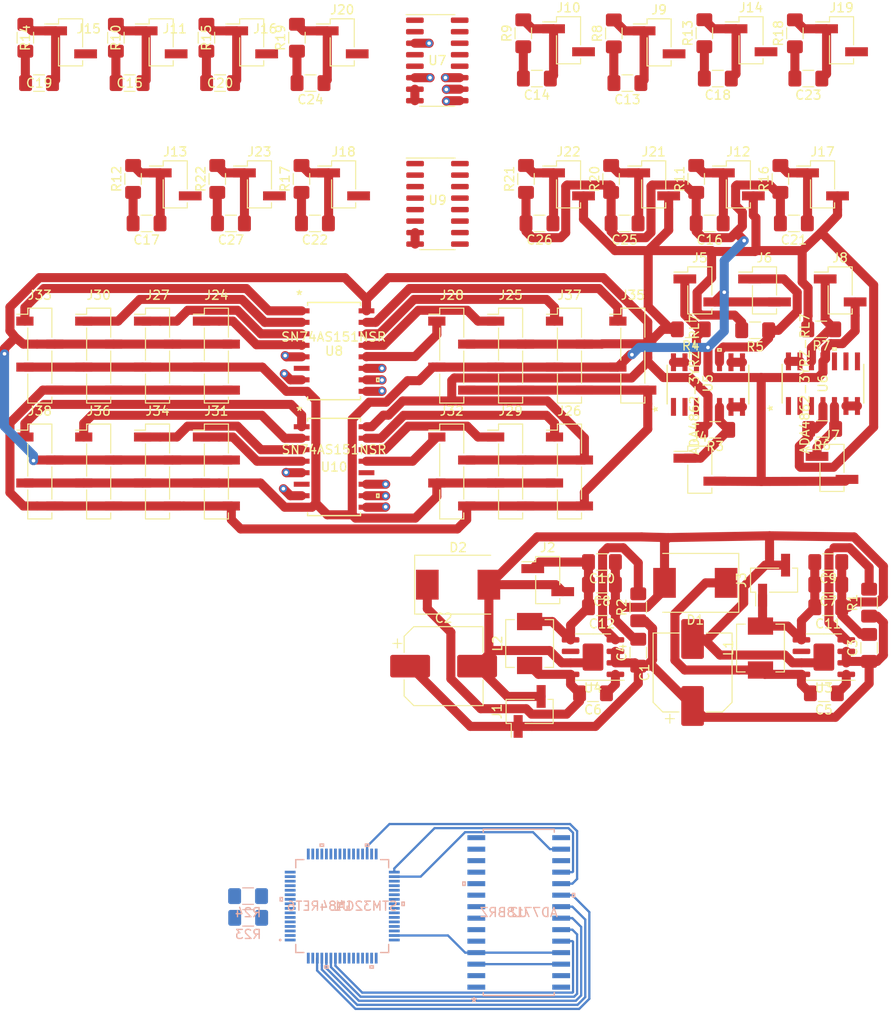
<source format=kicad_pcb>
(kicad_pcb (version 20171130) (host pcbnew 5.1.5+dfsg1-2build2)
  (layers (0 F.Cu signal) (31 B.Cu signal) (34 B.Paste user hide) (35 F.Paste user hide) (36 B.SilkS user hide) (37 F.SilkS user) (38 B.Mask user hide) (39 F.Mask user hide) (44 Edge.Cuts user))
  (net 0 "")
  (net 1 GND)
  (net 2 +12V)
  (net 3 3.3V)
  (net 4 "Net-(R1-Pad2)")
  (net 5 "Net-(C5-Pad2)")
  (net 6 "Net-(C5-Pad1)")
  (net 7 "Net-(C6-Pad1)")
  (net 8 "Net-(C6-Pad2)")
  (net 9 5V)
  (net 10 MUX_SENSOR_STR_1_0)
  (net 11 MUX_SENSOR_STR_2_0)
  (net 12 MUX_SENSOR_STR_3_0)
  (net 13 MUX_SENSOR_STR_4_0)
  (net 14 MUX_SENSOR_STR_5_0)
  (net 15 MUX_SENSOR_STR_1_1)
  (net 16 MUX_SENSOR_STR_2_1)
  (net 17 MUX_SENSOR_STR_3_1)
  (net 18 MUX_SENSOR_STR_4_1)
  (net 19 MUX_SENSOR_STR_5_1)
  (net 20 MUX_SENSOR_STR_1_2)
  (net 21 MUX_SENSOR_STR_2_2)
  (net 22 MUX_SENSOR_STR_3_2)
  (net 23 MUX_SENSOR_STR_4_2)
  (net 24 MUX_SENSOR_STR_5_2)
  (net 25 /Mux_sensors/FLEX_SENSOR_1)
  (net 26 /Mux_sensors/FLEX_SENSOR_2)
  (net 27 /Mux_sensors/FLEX_SENSOR_3)
  (net 28 /Mux_sensors/FLEX_SENSOR_4)
  (net 29 /Mux_sensors/FLEX_SENSOR_5)
  (net 30 +5V)
  (net 31 "Net-(R2-Pad2)")
  (net 32 OUT_MUX_1)
  (net 33 OUT_MUX_2)
  (net 34 OUT_MUX_3)
  (net 35 FLEX_SENSOR_AOP_2)
  (net 36 FLEX_SENSOR_AOP_3)
  (net 37 FLEX_SENSOR_AOP_4)
  (net 38 FLEX_SENSOR_AOP_5)
  (net 39 FLEX_SENSOR_AOP_1)
  (net 40 MUX_IN_1_A)
  (net 41 MUX_IN_1_B)
  (net 42 MUX_IN_1_C)
  (net 43 MUX_IN_2_A)
  (net 44 MUX_IN_2_B)
  (net 45 MUX_IN_2_C)
  (net 46 MUX_IN_3_A)
  (net 47 MUX_IN_3_B)
  (net 48 PWR_DWN_AOP_A_1)
  (net 49 PWR_DWN_AOP_A_2)
  (net 50 PWR_DWN_AOP_A_3)
  (net 51 MUX_IN_3_C)
  (net 52 MUX_IN_4_A)
  (net 53 MUX_IN_4_B)
  (net 54 MUX_IN_4_C)
  (net 55 PWR_DWN_AOP_B_1)
  (net 56 PWR_DWN_AOP_B_2)
  (net 57 SCL)
  (net 58 ADC_RESET)
  (net 59 ADC_P1)
  (net 60 ADC_P2)
  (net 61 MUX_1_EN)
  (net 62 MUX_2_EN)
  (net 63 MUX_3_EN)
  (net 64 MUX_4_EN)
  (net 65 ADC_DIN)
  (net 66 ADC_DOUT)
  (net 67 ADC_RDY)
  (net 68 ADC_CS)
  (net 69 ADC_SCLK)
  (net 70 MUX_SDA_TEMP_1_0)
  (net 71 MUX_SDA_TEMP_3_0)
  (net 72 MUX_SDA_TEMP_5_0)
  (net 73 MUX_SDA_TEMP_1_1)
  (net 74 MUX_SDA_TEMP_3_1)
  (net 75 MUX_SDA_TEMP_5_1)
  (net 76 MUX_SDA_TEMP_1_2)
  (net 77 MUX_SDA_TEMP_3_2)
  (net 78 MUX_SDA_TEMP_5_2)
  (net 79 MUX_SDA_TEMP_2_0)
  (net 80 MUX_SDA_TEMP_4_0)
  (net 81 MUX_SDA_TEMP_2_1)
  (net 82 MUX_SDA_TEMP_4_1)
  (net 83 MUX_SDA_TEMP_2_2)
  (net 84 MUX_SDA_TEMP_4_2)
  (module Capacitor_SMD:C_1206_3216Metric_Pad1.42x1.75mm_HandSolder (layer F.Cu) (at 51.4875 43 180)
    (fp_text reference C22 (at 0 -1.82) (layer F.SilkS))
    (fp_text value 0.1uF/50V)
    (pad 1 smd roundrect (at -1.4875 0 180) (size 1.425 1.75) (layers F.Cu F.Paste F.Mask) (roundrect_rratio 0.175439) (net 19 MUX_SENSOR_STR_5_1))
    (pad 2 smd roundrect (at 1.4875 0 180) (size 1.425 1.75) (layers F.Cu F.Paste F.Mask) (roundrect_rratio 0.175439) (net 1 GND))
  )
  (module AD7718:AD7718BRZ (layer B.Cu) (at 74 119.1)
    (fp_text reference U2 (at 0 0) (layer B.SilkS) (effects (justify mirror)))
    (fp_text value AD7718BRZ (at 0 0) (layer B.SilkS) (effects (justify mirror)))
    (fp_text user * (at -4.9403 9.956) (layer B.SilkS) (effects (justify mirror)))
    (fp_text user * (at -4.9403 9.956) (layer B.SilkS) (effects (justify mirror)))
    (pad 1 smd rect (at -4.6863 8.255) (size 1.969999 0.558) (layers B.Cu B.Paste B.Mask) (net 38 FLEX_SENSOR_AOP_5))
    (pad 2 smd rect (at -4.6863 6.985) (size 1.969999 0.558) (layers B.Cu B.Paste B.Mask))
    (pad 3 smd rect (at -4.6863 5.715) (size 1.969999 0.558) (layers B.Cu B.Paste B.Mask) (net 30 +5V))
    (pad 4 smd rect (at -4.6863 4.445) (size 1.969999 0.558) (layers B.Cu B.Paste B.Mask) (net 1 GND))
    (pad 5 smd rect (at -4.6863 3.175) (size 1.969999 0.558) (layers B.Cu B.Paste B.Mask))
    (pad 6 smd rect (at -4.6863 1.905) (size 1.969999 0.558) (layers B.Cu B.Paste B.Mask))
    (pad 7 smd rect (at -4.6863 0.635) (size 1.969999 0.558) (layers B.Cu B.Paste B.Mask) (net 32 OUT_MUX_1))
    (pad 8 smd rect (at -4.6863 -0.635) (size 1.969999 0.558) (layers B.Cu B.Paste B.Mask) (net 33 OUT_MUX_2))
    (pad 9 smd rect (at -4.6863 -1.905) (size 1.969999 0.558) (layers B.Cu B.Paste B.Mask) (net 39 FLEX_SENSOR_AOP_1))
    (pad 10 smd rect (at -4.6863 -3.175) (size 1.969999 0.558) (layers B.Cu B.Paste B.Mask) (net 35 FLEX_SENSOR_AOP_2))
    (pad 11 smd rect (at -4.6863 -4.445) (size 1.969999 0.558) (layers B.Cu B.Paste B.Mask) (net 36 FLEX_SENSOR_AOP_3))
    (pad 12 smd rect (at -4.6863 -5.715) (size 1.969999 0.558) (layers B.Cu B.Paste B.Mask))
    (pad 13 smd rect (at -4.6863 -6.985) (size 1.969999 0.558) (layers B.Cu B.Paste B.Mask))
    (pad 14 smd rect (at -4.6863 -8.255) (size 1.969999 0.558) (layers B.Cu B.Paste B.Mask))
    (pad 15 smd rect (at 4.6863 -8.255) (size 1.969999 0.558) (layers B.Cu B.Paste B.Mask) (net 37 FLEX_SENSOR_AOP_4))
    (pad 16 smd rect (at 4.6863 -6.985) (size 1.969999 0.558) (layers B.Cu B.Paste B.Mask) (net 60 ADC_P2))
    (pad 17 smd rect (at 4.6863 -5.715) (size 1.969999 0.558) (layers B.Cu B.Paste B.Mask) (net 1 GND))
    (pad 18 smd rect (at 4.6863 -4.445) (size 1.969999 0.558) (layers B.Cu B.Paste B.Mask) (net 59 ADC_P1))
    (pad 19 smd rect (at 4.6863 -3.175) (size 1.969999 0.558) (layers B.Cu B.Paste B.Mask) (net 58 ADC_RESET))
    (pad 20 smd rect (at 4.6863 -1.905) (size 1.969999 0.558) (layers B.Cu B.Paste B.Mask) (net 69 ADC_SCLK))
    (pad 21 smd rect (at 4.6863 -0.635) (size 1.969999 0.558) (layers B.Cu B.Paste B.Mask) (net 68 ADC_CS))
    (pad 22 smd rect (at 4.6863 0.635) (size 1.969999 0.558) (layers B.Cu B.Paste B.Mask) (net 67 ADC_RDY))
    (pad 23 smd rect (at 4.6863 1.905) (size 1.969999 0.558) (layers B.Cu B.Paste B.Mask) (net 66 ADC_DOUT))
    (pad 24 smd rect (at 4.6863 3.175) (size 1.969999 0.558) (layers B.Cu B.Paste B.Mask) (net 65 ADC_DIN))
    (pad 25 smd rect (at 4.6863 4.445) (size 1.969999 0.558) (layers B.Cu B.Paste B.Mask) (net 1 GND))
    (pad 26 smd rect (at 4.6863 5.715) (size 1.969999 0.558) (layers B.Cu B.Paste B.Mask) (net 30 +5V))
    (pad 27 smd rect (at 4.6863 6.985) (size 1.969999 0.558) (layers B.Cu B.Paste B.Mask))
    (pad 28 smd rect (at 4.6863 8.255) (size 1.969999 0.558) (layers B.Cu B.Paste B.Mask))
  )
  (module SN74AS151NSR:SN74AS151NSR (layer F.Cu) (at 53.6 57.1)
    (fp_text reference U8 (at 0 0) (layer F.SilkS))
    (fp_text value SN74AS151NSR (at -0.0423 -1.565301) (layer F.SilkS))
    (fp_text user * (at -3.8354 -6.146) (layer F.SilkS))
    (fp_text user * (at -3.8354 -6.146) (layer F.SilkS))
    (pad 1 smd rect (at -3.5814 -4.445) (size 1.741399 0.558) (layers F.Cu F.Paste F.Mask) (net 79 MUX_SDA_TEMP_2_0))
    (pad 2 smd rect (at -3.5814 -3.175) (size 1.741399 0.558) (layers F.Cu F.Paste F.Mask) (net 76 MUX_SDA_TEMP_1_2))
    (pad 3 smd rect (at -3.5814 -1.905) (size 1.741399 0.558) (layers F.Cu F.Paste F.Mask) (net 73 MUX_SDA_TEMP_1_1))
    (pad 4 smd rect (at -3.5814 -0.635) (size 1.741399 0.558) (layers F.Cu F.Paste F.Mask) (net 70 MUX_SDA_TEMP_1_0))
    (pad 5 smd rect (at -3.5814 0.635) (size 1.741399 0.558) (layers F.Cu F.Paste F.Mask) (net 34 OUT_MUX_3))
    (pad 6 smd rect (at -3.5814 1.905) (size 1.741399 0.558) (layers F.Cu F.Paste F.Mask))
    (pad 7 smd rect (at -3.5814 3.175) (size 1.741399 0.558) (layers F.Cu F.Paste F.Mask) (net 63 MUX_3_EN))
    (pad 8 smd rect (at -3.5814 4.445) (size 1.741399 0.558) (layers F.Cu F.Paste F.Mask) (net 1 GND))
    (pad 9 smd rect (at 3.5814 4.445) (size 1.741399 0.558) (layers F.Cu F.Paste F.Mask) (net 51 MUX_IN_3_C))
    (pad 10 smd rect (at 3.5814 3.175) (size 1.741399 0.558) (layers F.Cu F.Paste F.Mask) (net 47 MUX_IN_3_B))
    (pad 11 smd rect (at 3.5814 1.905) (size 1.741399 0.558) (layers F.Cu F.Paste F.Mask) (net 46 MUX_IN_3_A))
    (pad 12 smd rect (at 3.5814 0.635) (size 1.741399 0.558) (layers F.Cu F.Paste F.Mask) (net 74 MUX_SDA_TEMP_3_1))
    (pad 13 smd rect (at 3.5814 -0.635) (size 1.741399 0.558) (layers F.Cu F.Paste F.Mask) (net 71 MUX_SDA_TEMP_3_0))
    (pad 14 smd rect (at 3.5814 -1.905) (size 1.741399 0.558) (layers F.Cu F.Paste F.Mask) (net 83 MUX_SDA_TEMP_2_2))
    (pad 15 smd rect (at 3.5814 -3.175) (size 1.741399 0.558) (layers F.Cu F.Paste F.Mask) (net 81 MUX_SDA_TEMP_2_1))
    (pad 16 smd rect (at 3.5814 -4.445) (size 1.741399 0.558) (layers F.Cu F.Paste F.Mask) (net 30 +5V))
  )
  (module SN74AS151NSR:SN74AS151NSR (layer F.Cu) (at 53.6 69.9)
    (fp_text reference U10 (at 0 0) (layer F.SilkS))
    (fp_text value SN74AS151NSR (at 0 -1.915301) (layer F.SilkS))
    (fp_text user * (at -3.8354 -6.146) (layer F.SilkS))
    (fp_text user * (at -3.8354 -6.146) (layer F.SilkS))
    (pad 16 smd rect (at 3.5814 -4.445) (size 1.741399 0.558) (layers F.Cu F.Paste F.Mask) (net 30 +5V))
    (pad 15 smd rect (at 3.5814 -3.175) (size 1.741399 0.558) (layers F.Cu F.Paste F.Mask) (net 72 MUX_SDA_TEMP_5_0))
    (pad 14 smd rect (at 3.5814 -1.905) (size 1.741399 0.558) (layers F.Cu F.Paste F.Mask) (net 75 MUX_SDA_TEMP_5_1))
    (pad 13 smd rect (at 3.5814 -0.635) (size 1.741399 0.558) (layers F.Cu F.Paste F.Mask) (net 78 MUX_SDA_TEMP_5_2))
    (pad 12 smd rect (at 3.5814 0.635) (size 1.741399 0.558) (layers F.Cu F.Paste F.Mask))
    (pad 11 smd rect (at 3.5814 1.905) (size 1.741399 0.558) (layers F.Cu F.Paste F.Mask) (net 52 MUX_IN_4_A))
    (pad 10 smd rect (at 3.5814 3.175) (size 1.741399 0.558) (layers F.Cu F.Paste F.Mask) (net 53 MUX_IN_4_B))
    (pad 9 smd rect (at 3.5814 4.445) (size 1.741399 0.558) (layers F.Cu F.Paste F.Mask) (net 54 MUX_IN_4_C))
    (pad 8 smd rect (at -3.5814 4.445) (size 1.741399 0.558) (layers F.Cu F.Paste F.Mask) (net 1 GND))
    (pad 7 smd rect (at -3.5814 3.175) (size 1.741399 0.558) (layers F.Cu F.Paste F.Mask) (net 64 MUX_4_EN))
    (pad 6 smd rect (at -3.5814 1.905) (size 1.741399 0.558) (layers F.Cu F.Paste F.Mask))
    (pad 5 smd rect (at -3.5814 0.635) (size 1.741399 0.558) (layers F.Cu F.Paste F.Mask) (net 34 OUT_MUX_3))
    (pad 4 smd rect (at -3.5814 -0.635) (size 1.741399 0.558) (layers F.Cu F.Paste F.Mask) (net 77 MUX_SDA_TEMP_3_2))
    (pad 3 smd rect (at -3.5814 -1.905) (size 1.741399 0.558) (layers F.Cu F.Paste F.Mask) (net 80 MUX_SDA_TEMP_4_0))
    (pad 2 smd rect (at -3.5814 -3.175) (size 1.741399 0.558) (layers F.Cu F.Paste F.Mask) (net 82 MUX_SDA_TEMP_4_1))
    (pad 1 smd rect (at -3.5814 -4.445) (size 1.741399 0.558) (layers F.Cu F.Paste F.Mask) (net 84 MUX_SDA_TEMP_4_2))
  )
  (module Connector_PinSocket_2.54mm:PinSocket_1x04_P2.54mm_Vertical_SMD_Pin1Left (layer F.Cu) (at 40.6 57.6)
    (fp_text reference J24 (at 0 -6.68) (layer F.SilkS))
    (fp_text value Conn_TEMP_1)
    (pad 1 smd rect (at -1.65 -3.81) (size 1.9 1) (layers F.Cu F.Paste F.Mask) (net 70 MUX_SDA_TEMP_1_0))
    (pad 3 smd rect (at -1.65 1.27) (size 1.9 1) (layers F.Cu F.Paste F.Mask) (net 1 GND))
    (pad 2 smd rect (at 1.65 -1.27) (size 1.9 1) (layers F.Cu F.Paste F.Mask) (net 30 +5V))
    (pad 4 smd rect (at 1.65 3.81) (size 1.9 1) (layers F.Cu F.Paste F.Mask) (net 57 SCL))
  )
  (module Connector_PinSocket_2.54mm:PinSocket_1x04_P2.54mm_Vertical_SMD_Pin1Left (layer F.Cu) (at 73.1 57.6)
    (fp_text reference J25 (at 0 -6.68) (layer F.SilkS))
    (fp_text value Conn_TEMP_7)
    (pad 4 smd rect (at 1.65 3.81) (size 1.9 1) (layers F.Cu F.Paste F.Mask) (net 57 SCL))
    (pad 2 smd rect (at 1.65 -1.27) (size 1.9 1) (layers F.Cu F.Paste F.Mask) (net 30 +5V))
    (pad 3 smd rect (at -1.65 1.27) (size 1.9 1) (layers F.Cu F.Paste F.Mask) (net 1 GND))
    (pad 1 smd rect (at -1.65 -3.81) (size 1.9 1) (layers F.Cu F.Paste F.Mask) (net 71 MUX_SDA_TEMP_3_0))
  )
  (module Connector_PinSocket_2.54mm:PinSocket_1x04_P2.54mm_Vertical_SMD_Pin1Left (layer F.Cu) (at 79.6 70.4)
    (fp_text reference J26 (at 0 -6.68) (layer F.SilkS))
    (fp_text value Conn_TEMP_13)
    (pad 1 smd rect (at -1.65 -3.81) (size 1.9 1) (layers F.Cu F.Paste F.Mask) (net 72 MUX_SDA_TEMP_5_0))
    (pad 3 smd rect (at -1.65 1.27) (size 1.9 1) (layers F.Cu F.Paste F.Mask) (net 1 GND))
    (pad 2 smd rect (at 1.65 -1.27) (size 1.9 1) (layers F.Cu F.Paste F.Mask) (net 30 +5V))
    (pad 4 smd rect (at 1.65 3.81) (size 1.9 1) (layers F.Cu F.Paste F.Mask) (net 57 SCL))
  )
  (module Connector_PinSocket_2.54mm:PinSocket_1x04_P2.54mm_Vertical_SMD_Pin1Left (layer F.Cu) (at 34.1 57.6)
    (fp_text reference J27 (at 0 -6.68) (layer F.SilkS))
    (fp_text value Conn_TEMP_2)
    (pad 4 smd rect (at 1.65 3.81) (size 1.9 1) (layers F.Cu F.Paste F.Mask) (net 57 SCL))
    (pad 2 smd rect (at 1.65 -1.27) (size 1.9 1) (layers F.Cu F.Paste F.Mask) (net 30 +5V))
    (pad 3 smd rect (at -1.65 1.27) (size 1.9 1) (layers F.Cu F.Paste F.Mask) (net 1 GND))
    (pad 1 smd rect (at -1.65 -3.81) (size 1.9 1) (layers F.Cu F.Paste F.Mask) (net 73 MUX_SDA_TEMP_1_1))
  )
  (module Connector_PinSocket_2.54mm:PinSocket_1x04_P2.54mm_Vertical_SMD_Pin1Left (layer F.Cu) (at 66.6 57.6)
    (fp_text reference J28 (at 0 -6.68) (layer F.SilkS))
    (fp_text value Conn_TEMP_8)
    (pad 1 smd rect (at -1.65 -3.81) (size 1.9 1) (layers F.Cu F.Paste F.Mask) (net 74 MUX_SDA_TEMP_3_1))
    (pad 3 smd rect (at -1.65 1.27) (size 1.9 1) (layers F.Cu F.Paste F.Mask) (net 1 GND))
    (pad 2 smd rect (at 1.65 -1.27) (size 1.9 1) (layers F.Cu F.Paste F.Mask) (net 30 +5V))
    (pad 4 smd rect (at 1.65 3.81) (size 1.9 1) (layers F.Cu F.Paste F.Mask) (net 57 SCL))
  )
  (module Connector_PinSocket_2.54mm:PinSocket_1x04_P2.54mm_Vertical_SMD_Pin1Left (layer F.Cu) (at 73.1 70.4)
    (fp_text reference J29 (at 0 -6.68) (layer F.SilkS))
    (fp_text value Conn_TEMP_14)
    (pad 1 smd rect (at -1.65 -3.81) (size 1.9 1) (layers F.Cu F.Paste F.Mask) (net 75 MUX_SDA_TEMP_5_1))
    (pad 3 smd rect (at -1.65 1.27) (size 1.9 1) (layers F.Cu F.Paste F.Mask) (net 1 GND))
    (pad 2 smd rect (at 1.65 -1.27) (size 1.9 1) (layers F.Cu F.Paste F.Mask) (net 30 +5V))
    (pad 4 smd rect (at 1.65 3.81) (size 1.9 1) (layers F.Cu F.Paste F.Mask) (net 57 SCL))
  )
  (module Connector_PinSocket_2.54mm:PinSocket_1x04_P2.54mm_Vertical_SMD_Pin1Left (layer F.Cu) (at 27.6 57.6)
    (fp_text reference J30 (at 0 -6.68) (layer F.SilkS))
    (fp_text value Conn_TEMP_3)
    (pad 4 smd rect (at 1.65 3.81) (size 1.9 1) (layers F.Cu F.Paste F.Mask) (net 57 SCL))
    (pad 2 smd rect (at 1.65 -1.27) (size 1.9 1) (layers F.Cu F.Paste F.Mask) (net 30 +5V))
    (pad 3 smd rect (at -1.65 1.27) (size 1.9 1) (layers F.Cu F.Paste F.Mask) (net 1 GND))
    (pad 1 smd rect (at -1.65 -3.81) (size 1.9 1) (layers F.Cu F.Paste F.Mask) (net 76 MUX_SDA_TEMP_1_2))
  )
  (module Connector_PinSocket_2.54mm:PinSocket_1x04_P2.54mm_Vertical_SMD_Pin1Left (layer F.Cu) (at 40.6 70.4)
    (fp_text reference J31 (at 0 -6.68) (layer F.SilkS))
    (fp_text value Conn_TEMP_9)
    (pad 1 smd rect (at -1.65 -3.81) (size 1.9 1) (layers F.Cu F.Paste F.Mask) (net 77 MUX_SDA_TEMP_3_2))
    (pad 3 smd rect (at -1.65 1.27) (size 1.9 1) (layers F.Cu F.Paste F.Mask) (net 1 GND))
    (pad 2 smd rect (at 1.65 -1.27) (size 1.9 1) (layers F.Cu F.Paste F.Mask) (net 30 +5V))
    (pad 4 smd rect (at 1.65 3.81) (size 1.9 1) (layers F.Cu F.Paste F.Mask) (net 57 SCL))
  )
  (module Connector_PinSocket_2.54mm:PinSocket_1x04_P2.54mm_Vertical_SMD_Pin1Left (layer F.Cu) (at 66.6 70.4)
    (fp_text reference J32 (at 0 -6.68) (layer F.SilkS))
    (fp_text value Conn_TEMP_15)
    (pad 4 smd rect (at 1.65 3.81) (size 1.9 1) (layers F.Cu F.Paste F.Mask) (net 57 SCL))
    (pad 2 smd rect (at 1.65 -1.27) (size 1.9 1) (layers F.Cu F.Paste F.Mask) (net 30 +5V))
    (pad 3 smd rect (at -1.65 1.27) (size 1.9 1) (layers F.Cu F.Paste F.Mask) (net 1 GND))
    (pad 1 smd rect (at -1.65 -3.81) (size 1.9 1) (layers F.Cu F.Paste F.Mask) (net 78 MUX_SDA_TEMP_5_2))
  )
  (module Connector_PinSocket_2.54mm:PinSocket_1x04_P2.54mm_Vertical_SMD_Pin1Left (layer F.Cu) (at 21.1 57.6)
    (fp_text reference J33 (at 0 -6.68) (layer F.SilkS))
    (fp_text value Conn_TEMP_4)
    (pad 4 smd rect (at 1.65 3.81) (size 1.9 1) (layers F.Cu F.Paste F.Mask) (net 57 SCL))
    (pad 2 smd rect (at 1.65 -1.27) (size 1.9 1) (layers F.Cu F.Paste F.Mask) (net 30 +5V))
    (pad 3 smd rect (at -1.65 1.27) (size 1.9 1) (layers F.Cu F.Paste F.Mask) (net 1 GND))
    (pad 1 smd rect (at -1.65 -3.81) (size 1.9 1) (layers F.Cu F.Paste F.Mask) (net 79 MUX_SDA_TEMP_2_0))
  )
  (module Connector_PinSocket_2.54mm:PinSocket_1x04_P2.54mm_Vertical_SMD_Pin1Left (layer F.Cu) (at 34.1 70.4)
    (fp_text reference J34 (at 0 -6.68) (layer F.SilkS))
    (fp_text value Conn_TEMP_10)
    (pad 4 smd rect (at 1.65 3.81) (size 1.9 1) (layers F.Cu F.Paste F.Mask) (net 57 SCL))
    (pad 2 smd rect (at 1.65 -1.27) (size 1.9 1) (layers F.Cu F.Paste F.Mask) (net 30 +5V))
    (pad 3 smd rect (at -1.65 1.27) (size 1.9 1) (layers F.Cu F.Paste F.Mask) (net 1 GND))
    (pad 1 smd rect (at -1.65 -3.81) (size 1.9 1) (layers F.Cu F.Paste F.Mask) (net 80 MUX_SDA_TEMP_4_0))
  )
  (module Connector_PinSocket_2.54mm:PinSocket_1x04_P2.54mm_Vertical_SMD_Pin1Left (layer F.Cu) (at 86.6 57.6)
    (fp_text reference J35 (at 0 -6.68) (layer F.SilkS))
    (fp_text value Conn_TEMP_5)
    (pad 1 smd rect (at -1.65 -3.81) (size 1.9 1) (layers F.Cu F.Paste F.Mask) (net 81 MUX_SDA_TEMP_2_1))
    (pad 3 smd rect (at -1.65 1.27) (size 1.9 1) (layers F.Cu F.Paste F.Mask) (net 1 GND))
    (pad 2 smd rect (at 1.65 -1.27) (size 1.9 1) (layers F.Cu F.Paste F.Mask) (net 30 +5V))
    (pad 4 smd rect (at 1.65 3.81) (size 1.9 1) (layers F.Cu F.Paste F.Mask) (net 57 SCL))
  )
  (module Connector_PinSocket_2.54mm:PinSocket_1x04_P2.54mm_Vertical_SMD_Pin1Left (layer F.Cu) (at 27.6 70.4)
    (fp_text reference J36 (at 0 -6.68) (layer F.SilkS))
    (fp_text value Conn_TEMP_11)
    (pad 4 smd rect (at 1.65 3.81) (size 1.9 1) (layers F.Cu F.Paste F.Mask) (net 57 SCL))
    (pad 2 smd rect (at 1.65 -1.27) (size 1.9 1) (layers F.Cu F.Paste F.Mask) (net 30 +5V))
    (pad 3 smd rect (at -1.65 1.27) (size 1.9 1) (layers F.Cu F.Paste F.Mask) (net 1 GND))
    (pad 1 smd rect (at -1.65 -3.81) (size 1.9 1) (layers F.Cu F.Paste F.Mask) (net 82 MUX_SDA_TEMP_4_1))
  )
  (module Connector_PinSocket_2.54mm:PinSocket_1x04_P2.54mm_Vertical_SMD_Pin1Left (layer F.Cu) (at 79.6 57.6)
    (fp_text reference J37 (at 0 -6.68) (layer F.SilkS))
    (fp_text value Conn_TEMP_6)
    (pad 1 smd rect (at -1.65 -3.81) (size 1.9 1) (layers F.Cu F.Paste F.Mask) (net 83 MUX_SDA_TEMP_2_2))
    (pad 3 smd rect (at -1.65 1.27) (size 1.9 1) (layers F.Cu F.Paste F.Mask) (net 1 GND))
    (pad 2 smd rect (at 1.65 -1.27) (size 1.9 1) (layers F.Cu F.Paste F.Mask) (net 30 +5V))
    (pad 4 smd rect (at 1.65 3.81) (size 1.9 1) (layers F.Cu F.Paste F.Mask) (net 57 SCL))
  )
  (module Connector_PinSocket_2.54mm:PinSocket_1x04_P2.54mm_Vertical_SMD_Pin1Left (layer F.Cu) (at 21.1 70.4)
    (fp_text reference J38 (at 0 -6.68) (layer F.SilkS))
    (fp_text value Conn_TEMP_12)
    (pad 1 smd rect (at -1.65 -3.81) (size 1.9 1) (layers F.Cu F.Paste F.Mask) (net 84 MUX_SDA_TEMP_4_2))
    (pad 3 smd rect (at -1.65 1.27) (size 1.9 1) (layers F.Cu F.Paste F.Mask) (net 1 GND))
    (pad 2 smd rect (at 1.65 -1.27) (size 1.9 1) (layers F.Cu F.Paste F.Mask) (net 30 +5V))
    (pad 4 smd rect (at 1.65 3.81) (size 1.9 1) (layers F.Cu F.Paste F.Mask) (net 57 SCL))
  )
  (module ADA4862:ADA4862-3YRZ-RL7 (layer F.Cu) (at 107.6 60.7 90)
    (fp_text reference U6 (at 0 0 90) (layer F.SilkS))
    (fp_text value ADA4862-3YRZ-RL7 (at 0 -2 90) (layer F.SilkS))
    (fp_text user * (at -2.7178 -5.511 90) (layer F.SilkS))
    (fp_text user * (at -2.7178 -5.511 90) (layer F.SilkS))
    (pad 1 smd rect (at -2.4638 -3.81 90) (size 1.969999 0.558) (layers F.Cu F.Paste F.Mask) (net 55 PWR_DWN_AOP_B_1))
    (pad 2 smd rect (at -2.4638 -2.54 90) (size 1.969999 0.558) (layers F.Cu F.Paste F.Mask) (net 56 PWR_DWN_AOP_B_2))
    (pad 3 smd rect (at -2.4638 -1.27 90) (size 1.969999 0.558) (layers F.Cu F.Paste F.Mask))
    (pad 4 smd rect (at -2.4638 0 90) (size 1.969999 0.558) (layers F.Cu F.Paste F.Mask) (net 30 +5V))
    (pad 5 smd rect (at -2.4638 1.27 90) (size 1.969999 0.558) (layers F.Cu F.Paste F.Mask) (net 28 /Mux_sensors/FLEX_SENSOR_4))
    (pad 6 smd rect (at -2.4638 2.54 90) (size 1.969999 0.558) (layers F.Cu F.Paste F.Mask) (net 37 FLEX_SENSOR_AOP_4))
    (pad 7 smd rect (at -2.4638 3.81 90) (size 1.969999 0.558) (layers F.Cu F.Paste F.Mask) (net 37 FLEX_SENSOR_AOP_4))
    (pad 8 smd rect (at 2.4638 3.81 90) (size 1.969999 0.558) (layers F.Cu F.Paste F.Mask))
    (pad 9 smd rect (at 2.4638 2.54 90) (size 1.969999 0.558) (layers F.Cu F.Paste F.Mask))
    (pad 10 smd rect (at 2.4638 1.27 90) (size 1.969999 0.558) (layers F.Cu F.Paste F.Mask))
    (pad 11 smd rect (at 2.4638 0 90) (size 1.969999 0.558) (layers F.Cu F.Paste F.Mask) (net 1 GND))
    (pad 12 smd rect (at 2.4638 -1.27 90) (size 1.969999 0.558) (layers F.Cu F.Paste F.Mask) (net 29 /Mux_sensors/FLEX_SENSOR_5))
    (pad 13 smd rect (at 2.4638 -2.54 90) (size 1.969999 0.558) (layers F.Cu F.Paste F.Mask) (net 38 FLEX_SENSOR_AOP_5))
    (pad 14 smd rect (at 2.4638 -3.81 90) (size 1.969999 0.558) (layers F.Cu F.Paste F.Mask) (net 38 FLEX_SENSOR_AOP_5))
  )
  (module Connector_PinHeader_2.54mm:PinHeader_1x02_P2.54mm_Vertical_SMD_Pin1Left (layer F.Cu) (at 108.6 70)
    (fp_text reference J7 (at 0 -3.6) (layer F.SilkS))
    (fp_text value Conn_FLEX_4)
    (pad 2 smd rect (at 1.655 1.27) (size 2.51 1) (layers F.Cu F.Paste F.Mask) (net 1 GND))
    (pad 1 smd rect (at -1.655 -1.27) (size 2.51 1) (layers F.Cu F.Paste F.Mask) (net 28 /Mux_sensors/FLEX_SENSOR_4))
  )
  (module Resistor_SMD:R_1206_3216Metric_Pad1.42x1.75mm_HandSolder (layer F.Cu) (at 107.5125 65.7 180)
    (fp_text reference R6 (at 0 -1.82) (layer F.SilkS))
    (fp_text value 33k)
    (pad 1 smd roundrect (at -1.4875 0 180) (size 1.425 1.75) (layers F.Cu F.Paste F.Mask) (roundrect_rratio 0.175439) (net 28 /Mux_sensors/FLEX_SENSOR_4))
    (pad 2 smd roundrect (at 1.4875 0 180) (size 1.425 1.75) (layers F.Cu F.Paste F.Mask) (roundrect_rratio 0.175439) (net 30 +5V))
  )
  (module Connector_PinHeader_2.54mm:PinHeader_1x02_P2.54mm_Vertical_SMD_Pin1Left (layer F.Cu) (at 88.905 38.6875)
    (fp_text reference J21 (at 0 -3.6) (layer F.SilkS))
    (fp_text value Conn_STR_9)
    (pad 2 smd rect (at 1.655 1.27) (size 2.51 1) (layers F.Cu F.Paste F.Mask) (net 30 +5V))
    (pad 1 smd rect (at -1.655 -1.27) (size 2.51 1) (layers F.Cu F.Paste F.Mask) (net 22 MUX_SENSOR_STR_3_2))
  )
  (module Connector_PinHeader_2.54mm:PinHeader_1x02_P2.54mm_Vertical_SMD_Pin1Left (layer F.Cu) (at 94 50.4)
    (fp_text reference J5 (at 0 -3.6) (layer F.SilkS))
    (fp_text value Conn_FLEX_2)
    (pad 1 smd rect (at -1.655 -1.27) (size 2.51 1) (layers F.Cu F.Paste F.Mask) (net 26 /Mux_sensors/FLEX_SENSOR_2))
    (pad 2 smd rect (at 1.655 1.27) (size 2.51 1) (layers F.Cu F.Paste F.Mask) (net 1 GND))
  )
  (module Capacitor_SMD:CP_Elec_8x10.5 (layer F.Cu) (at 93.2 92.6 90)
    (fp_text reference C1 (at 0 -5.3 90) (layer F.SilkS))
    (fp_text value 100uF/50V)
    (pad 1 smd roundrect (at -3.7 0 90) (size 4.4 2.5) (layers F.Cu F.Paste F.Mask) (roundrect_rratio 0.1) (net 2 +12V))
    (pad 2 smd roundrect (at 3.7 0 90) (size 4.4 2.5) (layers F.Cu F.Paste F.Mask) (roundrect_rratio 0.1) (net 1 GND))
  )
  (module Capacitor_SMD:CP_Elec_8x10.5 (layer F.Cu) (at 65.7 91.9)
    (fp_text reference C2 (at 0 -5.3) (layer F.SilkS))
    (fp_text value 100uF/50V)
    (pad 2 smd roundrect (at 3.7 0) (size 4.4 2.5) (layers F.Cu F.Paste F.Mask) (roundrect_rratio 0.1) (net 1 GND))
    (pad 1 smd roundrect (at -3.7 0) (size 4.4 2.5) (layers F.Cu F.Paste F.Mask) (roundrect_rratio 0.1) (net 2 +12V))
  )
  (module Capacitor_SMD:C_1206_3216Metric_Pad1.42x1.75mm_HandSolder (layer F.Cu) (at 112.7 89.8875 90)
    (fp_text reference C3 (at 0 -1.82 90) (layer F.SilkS))
    (fp_text value 10uF/50V)
    (pad 2 smd roundrect (at 1.4875 0 90) (size 1.425 1.75) (layers F.Cu F.Paste F.Mask) (roundrect_rratio 0.175439) (net 1 GND))
    (pad 1 smd roundrect (at -1.4875 0 90) (size 1.425 1.75) (layers F.Cu F.Paste F.Mask) (roundrect_rratio 0.175439) (net 2 +12V))
  )
  (module Capacitor_SMD:C_1206_3216Metric_Pad1.42x1.75mm_HandSolder (layer F.Cu) (at 87.2 90.4125 90)
    (fp_text reference C4 (at 0 -1.82 90) (layer F.SilkS))
    (fp_text value 10uF/50V)
    (pad 1 smd roundrect (at -1.4875 0 90) (size 1.425 1.75) (layers F.Cu F.Paste F.Mask) (roundrect_rratio 0.175439) (net 2 +12V))
    (pad 2 smd roundrect (at 1.4875 0 90) (size 1.425 1.75) (layers F.Cu F.Paste F.Mask) (roundrect_rratio 0.175439) (net 1 GND))
  )
  (module Capacitor_SMD:C_1206_3216Metric_Pad1.42x1.75mm_HandSolder (layer F.Cu) (at 107.7 94.9 180)
    (fp_text reference C5 (at 0 -1.82) (layer F.SilkS))
    (fp_text value 0.1uF/50V)
    (pad 1 smd roundrect (at -1.4875 0 180) (size 1.425 1.75) (layers F.Cu F.Paste F.Mask) (roundrect_rratio 0.175439) (net 6 "Net-(C5-Pad1)"))
    (pad 2 smd roundrect (at 1.4875 0 180) (size 1.425 1.75) (layers F.Cu F.Paste F.Mask) (roundrect_rratio 0.175439) (net 5 "Net-(C5-Pad2)"))
  )
  (module Capacitor_SMD:C_1206_3216Metric_Pad1.42x1.75mm_HandSolder (layer F.Cu) (at 82.2 94.9 180)
    (fp_text reference C6 (at 0 -1.82) (layer F.SilkS))
    (fp_text value 0.1uF/50V)
    (pad 1 smd roundrect (at -1.4875 0 180) (size 1.425 1.75) (layers F.Cu F.Paste F.Mask) (roundrect_rratio 0.175439) (net 7 "Net-(C6-Pad1)"))
    (pad 2 smd roundrect (at 1.4875 0 180) (size 1.425 1.75) (layers F.Cu F.Paste F.Mask) (roundrect_rratio 0.175439) (net 8 "Net-(C6-Pad2)"))
  )
  (module Capacitor_SMD:C_1206_3216Metric_Pad1.42x1.75mm_HandSolder (layer F.Cu) (at 108.1875 82.9 180)
    (fp_text reference C7 (at 0 -1.82) (layer F.SilkS))
    (fp_text value 22uF/25V)
    (pad 1 smd roundrect (at -1.4875 0 180) (size 1.425 1.75) (layers F.Cu F.Paste F.Mask) (roundrect_rratio 0.175439) (net 1 GND))
    (pad 2 smd roundrect (at 1.4875 0 180) (size 1.425 1.75) (layers F.Cu F.Paste F.Mask) (roundrect_rratio 0.175439) (net 9 5V))
  )
  (module Capacitor_SMD:C_1206_3216Metric_Pad1.42x1.75mm_HandSolder (layer F.Cu) (at 83.1875 82.9 180)
    (fp_text reference C8 (at 0 -1.82) (layer F.SilkS))
    (fp_text value 22uF/25V)
    (pad 2 smd roundrect (at 1.4875 0 180) (size 1.425 1.75) (layers F.Cu F.Paste F.Mask) (roundrect_rratio 0.175439) (net 3 3.3V))
    (pad 1 smd roundrect (at -1.4875 0 180) (size 1.425 1.75) (layers F.Cu F.Paste F.Mask) (roundrect_rratio 0.175439) (net 1 GND))
  )
  (module Capacitor_SMD:C_1206_3216Metric_Pad1.42x1.75mm_HandSolder (layer F.Cu) (at 108.1875 80.4 180)
    (fp_text reference C9 (at 0 -1.82) (layer F.SilkS))
    (fp_text value 22uF/25V)
    (pad 1 smd roundrect (at -1.4875 0 180) (size 1.425 1.75) (layers F.Cu F.Paste F.Mask) (roundrect_rratio 0.175439) (net 1 GND))
    (pad 2 smd roundrect (at 1.4875 0 180) (size 1.425 1.75) (layers F.Cu F.Paste F.Mask) (roundrect_rratio 0.175439) (net 9 5V))
  )
  (module Capacitor_SMD:C_1206_3216Metric_Pad1.42x1.75mm_HandSolder (layer F.Cu) (at 83.1875 80.4 180)
    (fp_text reference C10 (at 0 -1.82) (layer F.SilkS))
    (fp_text value 22uF/25V)
    (pad 1 smd roundrect (at -1.4875 0 180) (size 1.425 1.75) (layers F.Cu F.Paste F.Mask) (roundrect_rratio 0.175439) (net 1 GND))
    (pad 2 smd roundrect (at 1.4875 0 180) (size 1.425 1.75) (layers F.Cu F.Paste F.Mask) (roundrect_rratio 0.175439) (net 3 3.3V))
  )
  (module Capacitor_SMD:C_1206_3216Metric_Pad1.42x1.75mm_HandSolder (layer F.Cu) (at 108.1875 85.4 180)
    (fp_text reference C11 (at 0 -1.82) (layer F.SilkS))
    (fp_text value 1uF/50V)
    (pad 1 smd roundrect (at -1.4875 0 180) (size 1.425 1.75) (layers F.Cu F.Paste F.Mask) (roundrect_rratio 0.175439) (net 1 GND))
    (pad 2 smd roundrect (at 1.4875 0 180) (size 1.425 1.75) (layers F.Cu F.Paste F.Mask) (roundrect_rratio 0.175439) (net 9 5V))
  )
  (module Capacitor_SMD:C_1206_3216Metric_Pad1.42x1.75mm_HandSolder (layer F.Cu) (at 83.1875 85.4 180)
    (fp_text reference C12 (at 0 -1.82) (layer F.SilkS))
    (fp_text value 1uF/50V)
    (pad 1 smd roundrect (at -1.4875 0 180) (size 1.425 1.75) (layers F.Cu F.Paste F.Mask) (roundrect_rratio 0.175439) (net 1 GND))
    (pad 2 smd roundrect (at 1.4875 0 180) (size 1.425 1.75) (layers F.Cu F.Paste F.Mask) (roundrect_rratio 0.175439) (net 3 3.3V))
  )
  (module Capacitor_SMD:C_1206_3216Metric_Pad1.42x1.75mm_HandSolder (layer F.Cu) (at 105.9875 27 180)
    (fp_text reference C23 (at 0 -1.82) (layer F.SilkS))
    (fp_text value 0.1uF/50V)
    (pad 2 smd roundrect (at 1.4875 0 180) (size 1.425 1.75) (layers F.Cu F.Paste F.Mask) (roundrect_rratio 0.175439) (net 1 GND))
    (pad 1 smd roundrect (at -1.4875 0 180) (size 1.425 1.75) (layers F.Cu F.Paste F.Mask) (roundrect_rratio 0.175439) (net 20 MUX_SENSOR_STR_1_2))
  )
  (module Capacitor_SMD:C_1206_3216Metric_Pad1.42x1.75mm_HandSolder (layer F.Cu) (at 51 27.5 180)
    (fp_text reference C24 (at 0 -1.82) (layer F.SilkS))
    (fp_text value 0.1uF/50V)
    (pad 1 smd roundrect (at -1.4875 0 180) (size 1.425 1.75) (layers F.Cu F.Paste F.Mask) (roundrect_rratio 0.175439) (net 21 MUX_SENSOR_STR_2_2))
    (pad 2 smd roundrect (at 1.4875 0 180) (size 1.425 1.75) (layers F.Cu F.Paste F.Mask) (roundrect_rratio 0.175439) (net 1 GND))
  )
  (module Capacitor_SMD:C_1206_3216Metric_Pad1.42x1.75mm_HandSolder (layer F.Cu) (at 85.6875 43 180)
    (fp_text reference C25 (at 0 -1.82) (layer F.SilkS))
    (fp_text value 0.1uF/50V)
    (pad 2 smd roundrect (at 1.4875 0 180) (size 1.425 1.75) (layers F.Cu F.Paste F.Mask) (roundrect_rratio 0.175439) (net 1 GND))
    (pad 1 smd roundrect (at -1.4875 0 180) (size 1.425 1.75) (layers F.Cu F.Paste F.Mask) (roundrect_rratio 0.175439) (net 22 MUX_SENSOR_STR_3_2))
  )
  (module Capacitor_SMD:C_1206_3216Metric_Pad1.42x1.75mm_HandSolder (layer F.Cu) (at 76.2875 43 180)
    (fp_text reference C26 (at 0 -1.82) (layer F.SilkS))
    (fp_text value 0.1uF/50V)
    (pad 2 smd roundrect (at 1.4875 0 180) (size 1.425 1.75) (layers F.Cu F.Paste F.Mask) (roundrect_rratio 0.175439) (net 1 GND))
    (pad 1 smd roundrect (at -1.4875 0 180) (size 1.425 1.75) (layers F.Cu F.Paste F.Mask) (roundrect_rratio 0.175439) (net 23 MUX_SENSOR_STR_4_2))
  )
  (module Capacitor_SMD:C_1206_3216Metric_Pad1.42x1.75mm_HandSolder (layer F.Cu) (at 42.2125 43 180)
    (fp_text reference C27 (at 0 -1.82) (layer F.SilkS))
    (fp_text value 0.1uF/50V)
    (pad 2 smd roundrect (at 1.4875 0 180) (size 1.425 1.75) (layers F.Cu F.Paste F.Mask) (roundrect_rratio 0.175439) (net 1 GND))
    (pad 1 smd roundrect (at -1.4875 0 180) (size 1.425 1.75) (layers F.Cu F.Paste F.Mask) (roundrect_rratio 0.175439) (net 24 MUX_SENSOR_STR_5_2))
  )
  (module Diode_SMD:D_SMC (layer F.Cu) (at 93.5 82.7 180)
    (fp_text reference D1 (at 0 -4.1) (layer F.SilkS))
    (fp_text value B330)
    (pad 2 smd rect (at 3.4 0 270) (size 3.3 2.5) (layers F.Cu F.Paste F.Mask) (net 1 GND))
    (pad 1 smd rect (at -3.4 0 270) (size 3.3 2.5) (layers F.Cu F.Paste F.Mask) (net 5 "Net-(C5-Pad2)"))
  )
  (module Diode_SMD:D_SMC (layer F.Cu) (at 67.3 82.9)
    (fp_text reference D2 (at 0 -4.1) (layer F.SilkS))
    (fp_text value B330)
    (pad 1 smd rect (at -3.4 0 90) (size 3.3 2.5) (layers F.Cu F.Paste F.Mask) (net 8 "Net-(C6-Pad2)"))
    (pad 2 smd rect (at 3.4 0 90) (size 3.3 2.5) (layers F.Cu F.Paste F.Mask) (net 1 GND))
  )
  (module Connector_PinHeader_2.54mm:PinHeader_1x02_P2.54mm_Vertical_SMD_Pin1Left (layer F.Cu) (at 94 70.2)
    (fp_text reference J4 (at 0 -3.6) (layer F.SilkS))
    (fp_text value Conn_FLEX_1)
    (pad 2 smd rect (at 1.655 1.27) (size 2.51 1) (layers F.Cu F.Paste F.Mask) (net 1 GND))
    (pad 1 smd rect (at -1.655 -1.27) (size 2.51 1) (layers F.Cu F.Paste F.Mask) (net 25 /Mux_sensors/FLEX_SENSOR_1))
  )
  (module Connector_PinHeader_2.54mm:PinHeader_1x02_P2.54mm_Vertical_SMD_Pin1Left (layer F.Cu) (at 101.145 50.4)
    (fp_text reference J6 (at 0 -3.6) (layer F.SilkS))
    (fp_text value Conn_FLEX_3)
    (pad 2 smd rect (at 1.655 1.27) (size 2.51 1) (layers F.Cu F.Paste F.Mask) (net 1 GND))
    (pad 1 smd rect (at -1.655 -1.27) (size 2.51 1) (layers F.Cu F.Paste F.Mask) (net 27 /Mux_sensors/FLEX_SENSOR_3))
  )
  (module Connector_PinHeader_2.54mm:PinHeader_1x02_P2.54mm_Vertical_SMD_Pin1Left (layer F.Cu) (at 109.5 50.4)
    (fp_text reference J8 (at 0 -3.6) (layer F.SilkS))
    (fp_text value Conn_FLEX_5)
    (pad 1 smd rect (at -1.655 -1.27) (size 2.51 1) (layers F.Cu F.Paste F.Mask) (net 29 /Mux_sensors/FLEX_SENSOR_5))
    (pad 2 smd rect (at 1.655 1.27) (size 2.51 1) (layers F.Cu F.Paste F.Mask) (net 1 GND))
  )
  (module Connector_PinHeader_2.54mm:PinHeader_1x02_P2.54mm_Vertical_SMD_Pin1Left (layer F.Cu) (at 109.655 22.77)
    (fp_text reference J19 (at 0 -3.6) (layer F.SilkS))
    (fp_text value Conn_STR_3)
    (pad 1 smd rect (at -1.655 -1.27) (size 2.51 1) (layers F.Cu F.Paste F.Mask) (net 20 MUX_SENSOR_STR_1_2))
    (pad 2 smd rect (at 1.655 1.27) (size 2.51 1) (layers F.Cu F.Paste F.Mask) (net 30 +5V))
  )
  (module Connector_PinHeader_2.54mm:PinHeader_1x02_P2.54mm_Vertical_SMD_Pin1Left (layer F.Cu) (at 54.5 23)
    (fp_text reference J20 (at 0 -3.6) (layer F.SilkS))
    (fp_text value Conn_STR_6)
    (pad 2 smd rect (at 1.655 1.27) (size 2.51 1) (layers F.Cu F.Paste F.Mask) (net 30 +5V))
    (pad 1 smd rect (at -1.655 -1.27) (size 2.51 1) (layers F.Cu F.Paste F.Mask) (net 21 MUX_SENSOR_STR_2_2))
  )
  (module Connector_PinHeader_2.54mm:PinHeader_1x02_P2.54mm_Vertical_SMD_Pin1Left (layer F.Cu) (at 79.5 38.6875)
    (fp_text reference J22 (at 0 -3.6) (layer F.SilkS))
    (fp_text value Conn_STR_12)
    (pad 2 smd rect (at 1.655 1.27) (size 2.51 1) (layers F.Cu F.Paste F.Mask) (net 30 +5V))
    (pad 1 smd rect (at -1.655 -1.27) (size 2.51 1) (layers F.Cu F.Paste F.Mask) (net 23 MUX_SENSOR_STR_4_2))
  )
  (module Connector_PinHeader_2.54mm:PinHeader_1x02_P2.54mm_Vertical_SMD_Pin1Left (layer F.Cu) (at 45.355 38.6875)
    (fp_text reference J23 (at 0 -3.6) (layer F.SilkS))
    (fp_text value Conn_STR_15)
    (pad 2 smd rect (at 1.655 1.27) (size 2.51 1) (layers F.Cu F.Paste F.Mask) (net 30 +5V))
    (pad 1 smd rect (at -1.655 -1.27) (size 2.51 1) (layers F.Cu F.Paste F.Mask) (net 24 MUX_SENSOR_STR_5_2))
  )
  (module Inductor_SMD:L_Vishay_IHLP-2020 (layer F.Cu) (at 100.7 89.9 90)
    (fp_text reference L1 (at 0 -3.54 90) (layer F.SilkS))
    (fp_text value 6.8uH)
    (pad 2 smd rect (at 2.4265 0 90) (size 1.903 2.79) (layers F.Cu F.Paste F.Mask) (net 9 5V))
    (pad 1 smd rect (at -2.4265 0 90) (size 1.903 2.79) (layers F.Cu F.Paste F.Mask) (net 5 "Net-(C5-Pad2)"))
  )
  (module Inductor_SMD:L_Vishay_IHLP-2020 (layer F.Cu) (at 75.2 89.4 90)
    (fp_text reference L2 (at 0 -3.54 90) (layer F.SilkS))
    (fp_text value 4.7uH)
    (pad 1 smd rect (at -2.4265 0 90) (size 1.903 2.79) (layers F.Cu F.Paste F.Mask) (net 8 "Net-(C6-Pad2)"))
    (pad 2 smd rect (at 2.4265 0 90) (size 1.903 2.79) (layers F.Cu F.Paste F.Mask) (net 3 3.3V))
  )
  (module Resistor_SMD:R_1206_3216Metric_Pad1.42x1.75mm_HandSolder (layer F.Cu) (at 112.7 84.8875 90)
    (fp_text reference R1 (at 0 -1.82 90) (layer F.SilkS))
    (fp_text value 100k)
    (pad 1 smd roundrect (at -1.4875 0 90) (size 1.425 1.75) (layers F.Cu F.Paste F.Mask) (roundrect_rratio 0.175439) (net 2 +12V))
    (pad 2 smd roundrect (at 1.4875 0 90) (size 1.425 1.75) (layers F.Cu F.Paste F.Mask) (roundrect_rratio 0.175439) (net 4 "Net-(R1-Pad2)"))
  )
  (module Resistor_SMD:R_1206_3216Metric_Pad1.42x1.75mm_HandSolder (layer F.Cu) (at 87.2 85.4 90)
    (fp_text reference R2 (at 0 -1.82 90) (layer F.SilkS))
    (fp_text value 100k)
    (pad 2 smd roundrect (at 1.4875 0 90) (size 1.425 1.75) (layers F.Cu F.Paste F.Mask) (roundrect_rratio 0.175439) (net 31 "Net-(R2-Pad2)"))
    (pad 1 smd roundrect (at -1.4875 0 90) (size 1.425 1.75) (layers F.Cu F.Paste F.Mask) (roundrect_rratio 0.175439) (net 2 +12V))
  )
  (module Resistor_SMD:R_1206_3216Metric_Pad1.42x1.75mm_HandSolder (layer F.Cu) (at 95.7 65.8 180)
    (fp_text reference R3 (at 0 -1.82) (layer F.SilkS))
    (fp_text value 33k)
    (pad 1 smd roundrect (at -1.4875 0 180) (size 1.425 1.75) (layers F.Cu F.Paste F.Mask) (roundrect_rratio 0.175439) (net 25 /Mux_sensors/FLEX_SENSOR_1))
    (pad 2 smd roundrect (at 1.4875 0 180) (size 1.425 1.75) (layers F.Cu F.Paste F.Mask) (roundrect_rratio 0.175439) (net 30 +5V))
  )
  (module Resistor_SMD:R_1206_3216Metric_Pad1.42x1.75mm_HandSolder (layer F.Cu) (at 93 54.7 180)
    (fp_text reference R4 (at 0 -1.82) (layer F.SilkS))
    (fp_text value 33k)
    (pad 2 smd roundrect (at 1.4875 0 180) (size 1.425 1.75) (layers F.Cu F.Paste F.Mask) (roundrect_rratio 0.175439) (net 30 +5V))
    (pad 1 smd roundrect (at -1.4875 0 180) (size 1.425 1.75) (layers F.Cu F.Paste F.Mask) (roundrect_rratio 0.175439) (net 26 /Mux_sensors/FLEX_SENSOR_2))
  )
  (module Resistor_SMD:R_1206_3216Metric_Pad1.42x1.75mm_HandSolder (layer F.Cu) (at 100.1125 54.8 180)
    (fp_text reference R5 (at 0 -1.82) (layer F.SilkS))
    (fp_text value 33k)
    (pad 1 smd roundrect (at -1.4875 0 180) (size 1.425 1.75) (layers F.Cu F.Paste F.Mask) (roundrect_rratio 0.175439) (net 27 /Mux_sensors/FLEX_SENSOR_3))
    (pad 2 smd roundrect (at 1.4875 0 180) (size 1.425 1.75) (layers F.Cu F.Paste F.Mask) (roundrect_rratio 0.175439) (net 30 +5V))
  )
  (module Resistor_SMD:R_1206_3216Metric_Pad1.42x1.75mm_HandSolder (layer F.Cu) (at 107.4125 54.7 180)
    (fp_text reference R7 (at 0 -1.82) (layer F.SilkS))
    (fp_text value 33k)
    (pad 2 smd roundrect (at 1.4875 0 180) (size 1.425 1.75) (layers F.Cu F.Paste F.Mask) (roundrect_rratio 0.175439) (net 30 +5V))
    (pad 1 smd roundrect (at -1.4875 0 180) (size 1.425 1.75) (layers F.Cu F.Paste F.Mask) (roundrect_rratio 0.175439) (net 29 /Mux_sensors/FLEX_SENSOR_5))
  )
  (module Resistor_SMD:R_1206_3216Metric_Pad1.42x1.75mm_HandSolder (layer F.Cu) (at 104.5 22 90)
    (fp_text reference R18 (at 0 -1.82 90) (layer F.SilkS))
    (fp_text value 330k)
    (pad 1 smd roundrect (at -1.4875 0 90) (size 1.425 1.75) (layers F.Cu F.Paste F.Mask) (roundrect_rratio 0.175439) (net 1 GND))
    (pad 2 smd roundrect (at 1.4875 0 90) (size 1.425 1.75) (layers F.Cu F.Paste F.Mask) (roundrect_rratio 0.175439) (net 20 MUX_SENSOR_STR_1_2))
  )
  (module Resistor_SMD:R_1206_3216Metric_Pad1.42x1.75mm_HandSolder (layer F.Cu) (at 49.5 22.4875 90)
    (fp_text reference R19 (at 0 -1.82 90) (layer F.SilkS))
    (fp_text value 330k)
    (pad 2 smd roundrect (at 1.4875 0 90) (size 1.425 1.75) (layers F.Cu F.Paste F.Mask) (roundrect_rratio 0.175439) (net 21 MUX_SENSOR_STR_2_2))
    (pad 1 smd roundrect (at -1.4875 0 90) (size 1.425 1.75) (layers F.Cu F.Paste F.Mask) (roundrect_rratio 0.175439) (net 1 GND))
  )
  (module Resistor_SMD:R_1206_3216Metric_Pad1.42x1.75mm_HandSolder (layer F.Cu) (at 84.2 38.0875 90)
    (fp_text reference R20 (at 0 -1.82 90) (layer F.SilkS))
    (fp_text value 330k)
    (pad 2 smd roundrect (at 1.4875 0 90) (size 1.425 1.75) (layers F.Cu F.Paste F.Mask) (roundrect_rratio 0.175439) (net 22 MUX_SENSOR_STR_3_2))
    (pad 1 smd roundrect (at -1.4875 0 90) (size 1.425 1.75) (layers F.Cu F.Paste F.Mask) (roundrect_rratio 0.175439) (net 1 GND))
  )
  (module Resistor_SMD:R_1206_3216Metric_Pad1.42x1.75mm_HandSolder (layer F.Cu) (at 74.8 38.0875 90)
    (fp_text reference R21 (at 0 -1.82 90) (layer F.SilkS))
    (fp_text value 330k)
    (pad 2 smd roundrect (at 1.4875 0 90) (size 1.425 1.75) (layers F.Cu F.Paste F.Mask) (roundrect_rratio 0.175439) (net 23 MUX_SENSOR_STR_4_2))
    (pad 1 smd roundrect (at -1.4875 0 90) (size 1.425 1.75) (layers F.Cu F.Paste F.Mask) (roundrect_rratio 0.175439) (net 1 GND))
  )
  (module Resistor_SMD:R_1206_3216Metric_Pad1.42x1.75mm_HandSolder (layer F.Cu) (at 40.7 38.0875 90)
    (fp_text reference R22 (at 0 -1.82 90) (layer F.SilkS))
    (fp_text value 330k)
    (pad 2 smd roundrect (at 1.4875 0 90) (size 1.425 1.75) (layers F.Cu F.Paste F.Mask) (roundrect_rratio 0.175439) (net 24 MUX_SENSOR_STR_5_2))
    (pad 1 smd roundrect (at -1.4875 0 90) (size 1.425 1.75) (layers F.Cu F.Paste F.Mask) (roundrect_rratio 0.175439) (net 1 GND))
  )
  (module Resistor_SMD:R_1206_3216Metric_Pad1.42x1.75mm_HandSolder (layer B.Cu) (at 44.1125 119.7)
    (fp_text reference R23 (at 0 1.82) (layer B.SilkS) (effects (justify mirror)))
    (fp_text value 10k)
    (pad 1 smd roundrect (at -1.4875 0) (size 1.425 1.75) (layers B.Cu B.Paste B.Mask) (roundrect_rratio 0.175439) (net 30 +5V))
    (pad 2 smd roundrect (at 1.4875 0) (size 1.425 1.75) (layers B.Cu B.Paste B.Mask) (roundrect_rratio 0.175439) (net 34 OUT_MUX_3))
  )
  (module Resistor_SMD:R_1206_3216Metric_Pad1.42x1.75mm_HandSolder (layer B.Cu) (at 44.1 117.3)
    (fp_text reference R24 (at 0 1.82) (layer B.SilkS) (effects (justify mirror)))
    (fp_text value 10k)
    (pad 2 smd roundrect (at 1.4875 0) (size 1.425 1.75) (layers B.Cu B.Paste B.Mask) (roundrect_rratio 0.175439) (net 57 SCL))
    (pad 1 smd roundrect (at -1.4875 0) (size 1.425 1.75) (layers B.Cu B.Paste B.Mask) (roundrect_rratio 0.175439) (net 30 +5V))
  )
  (module STM32:STM32G484RET6 (layer B.Cu) (at 54.5 118.4)
    (fp_text reference U1 (at 0 0) (layer B.SilkS) (effects (justify mirror)))
    (fp_text value STM32G484RET6 (at 0 0) (layer B.SilkS) (effects (justify mirror)))
    (fp_text user * (at 0 0) (layer B.SilkS) (effects (justify mirror)))
    (pad 1 smd rect (at -5.749999 3.75) (size 1.1938 0.3048) (layers B.Cu B.Paste B.Mask))
    (pad 2 smd rect (at -5.749999 3.250001) (size 1.1938 0.3048) (layers B.Cu B.Paste B.Mask))
    (pad 3 smd rect (at -5.749999 2.75) (size 1.1938 0.3048) (layers B.Cu B.Paste B.Mask))
    (pad 4 smd rect (at -5.749999 2.250001) (size 1.1938 0.3048) (layers B.Cu B.Paste B.Mask))
    (pad 5 smd rect (at -5.749999 1.749999) (size 1.1938 0.3048) (layers B.Cu B.Paste B.Mask))
    (pad 6 smd rect (at -5.749999 1.25) (size 1.1938 0.3048) (layers B.Cu B.Paste B.Mask))
    (pad 7 smd rect (at -5.749999 0.750001) (size 1.1938 0.3048) (layers B.Cu B.Paste B.Mask))
    (pad 8 smd rect (at -5.749999 0.25) (size 1.1938 0.3048) (layers B.Cu B.Paste B.Mask) (net 34 OUT_MUX_3))
    (pad 9 smd rect (at -5.749999 -0.25) (size 1.1938 0.3048) (layers B.Cu B.Paste B.Mask) (net 57 SCL))
    (pad 10 smd rect (at -5.749999 -0.750001) (size 1.1938 0.3048) (layers B.Cu B.Paste B.Mask))
    (pad 11 smd rect (at -5.749999 -1.25) (size 1.1938 0.3048) (layers B.Cu B.Paste B.Mask))
    (pad 12 smd rect (at -5.749999 -1.749999) (size 1.1938 0.3048) (layers B.Cu B.Paste B.Mask) (net 40 MUX_IN_1_A))
    (pad 13 smd rect (at -5.749999 -2.250001) (size 1.1938 0.3048) (layers B.Cu B.Paste B.Mask) (net 41 MUX_IN_1_B))
    (pad 14 smd rect (at -5.749999 -2.75) (size 1.1938 0.3048) (layers B.Cu B.Paste B.Mask) (net 42 MUX_IN_1_C))
    (pad 15 smd rect (at -5.749999 -3.250001) (size 1.1938 0.3048) (layers B.Cu B.Paste B.Mask) (net 1 GND))
    (pad 16 smd rect (at -5.749999 -3.75) (size 1.1938 0.3048) (layers B.Cu B.Paste B.Mask) (net 3 3.3V))
    (pad 17 smd rect (at -3.75 -5.749999 270) (size 1.1938 0.3048) (layers B.Cu B.Paste B.Mask) (net 43 MUX_IN_2_A))
    (pad 18 smd rect (at -3.250001 -5.749999 270) (size 1.1938 0.3048) (layers B.Cu B.Paste B.Mask) (net 44 MUX_IN_2_B))
    (pad 19 smd rect (at -2.75 -5.749999 270) (size 1.1938 0.3048) (layers B.Cu B.Paste B.Mask) (net 45 MUX_IN_2_C))
    (pad 20 smd rect (at -2.250001 -5.749999 270) (size 1.1938 0.3048) (layers B.Cu B.Paste B.Mask) (net 46 MUX_IN_3_A))
    (pad 21 smd rect (at -1.749999 -5.749999 270) (size 1.1938 0.3048) (layers B.Cu B.Paste B.Mask) (net 47 MUX_IN_3_B))
    (pad 22 smd rect (at -1.25 -5.749999 270) (size 1.1938 0.3048) (layers B.Cu B.Paste B.Mask))
    (pad 23 smd rect (at -0.750001 -5.749999 270) (size 1.1938 0.3048) (layers B.Cu B.Paste B.Mask))
    (pad 24 smd rect (at -0.25 -5.749999 270) (size 1.1938 0.3048) (layers B.Cu B.Paste B.Mask) (net 48 PWR_DWN_AOP_A_1))
    (pad 25 smd rect (at 0.25 -5.749999 270) (size 1.1938 0.3048) (layers B.Cu B.Paste B.Mask) (net 49 PWR_DWN_AOP_A_2))
    (pad 26 smd rect (at 0.750001 -5.749999 270) (size 1.1938 0.3048) (layers B.Cu B.Paste B.Mask) (net 50 PWR_DWN_AOP_A_3))
    (pad 27 smd rect (at 1.25 -5.749999 270) (size 1.1938 0.3048) (layers B.Cu B.Paste B.Mask) (net 1 GND))
    (pad 28 smd rect (at 1.749999 -5.749999 270) (size 1.1938 0.3048) (layers B.Cu B.Paste B.Mask))
    (pad 29 smd rect (at 2.250001 -5.749999 270) (size 1.1938 0.3048) (layers B.Cu B.Paste B.Mask) (net 3 3.3V))
    (pad 30 smd rect (at 2.75 -5.749999 270) (size 1.1938 0.3048) (layers B.Cu B.Paste B.Mask) (net 58 ADC_RESET))
    (pad 31 smd rect (at 3.250001 -5.749999 270) (size 1.1938 0.3048) (layers B.Cu B.Paste B.Mask) (net 1 GND))
    (pad 32 smd rect (at 3.75 -5.749999 270) (size 1.1938 0.3048) (layers B.Cu B.Paste B.Mask) (net 3 3.3V))
    (pad 33 smd rect (at 5.749999 -3.75) (size 1.1938 0.3048) (layers B.Cu B.Paste B.Mask) (net 59 ADC_P1))
    (pad 34 smd rect (at 5.749999 -3.250001) (size 1.1938 0.3048) (layers B.Cu B.Paste B.Mask) (net 60 ADC_P2))
    (pad 35 smd rect (at 5.749999 -2.75) (size 1.1938 0.3048) (layers B.Cu B.Paste B.Mask))
    (pad 36 smd rect (at 5.749999 -2.250001) (size 1.1938 0.3048) (layers B.Cu B.Paste B.Mask))
    (pad 37 smd rect (at 5.749999 -1.749999) (size 1.1938 0.3048) (layers B.Cu B.Paste B.Mask))
    (pad 38 smd rect (at 5.749999 -1.25) (size 1.1938 0.3048) (layers B.Cu B.Paste B.Mask))
    (pad 39 smd rect (at 5.749999 -0.750001) (size 1.1938 0.3048) (layers B.Cu B.Paste B.Mask))
    (pad 40 smd rect (at 5.749999 -0.25) (size 1.1938 0.3048) (layers B.Cu B.Paste B.Mask))
    (pad 41 smd rect (at 5.749999 0.25) (size 1.1938 0.3048) (layers B.Cu B.Paste B.Mask))
    (pad 42 smd rect (at 5.749999 0.750001) (size 1.1938 0.3048) (layers B.Cu B.Paste B.Mask) (net 51 MUX_IN_3_C))
    (pad 43 smd rect (at 5.749999 1.25) (size 1.1938 0.3048) (layers B.Cu B.Paste B.Mask) (net 52 MUX_IN_4_A))
    (pad 44 smd rect (at 5.749999 1.749999) (size 1.1938 0.3048) (layers B.Cu B.Paste B.Mask) (net 53 MUX_IN_4_B))
    (pad 45 smd rect (at 5.749999 2.250001) (size 1.1938 0.3048) (layers B.Cu B.Paste B.Mask) (net 54 MUX_IN_4_C))
    (pad 46 smd rect (at 5.749999 2.75) (size 1.1938 0.3048) (layers B.Cu B.Paste B.Mask) (net 61 MUX_1_EN))
    (pad 47 smd rect (at 5.749999 3.250001) (size 1.1938 0.3048) (layers B.Cu B.Paste B.Mask) (net 1 GND))
    (pad 48 smd rect (at 5.749999 3.75) (size 1.1938 0.3048) (layers B.Cu B.Paste B.Mask) (net 3 3.3V))
    (pad 49 smd rect (at 3.75 5.749999 270) (size 1.1938 0.3048) (layers B.Cu B.Paste B.Mask) (net 62 MUX_2_EN))
    (pad 50 smd rect (at 3.250001 5.749999 270) (size 1.1938 0.3048) (layers B.Cu B.Paste B.Mask) (net 63 MUX_3_EN))
    (pad 51 smd rect (at 2.75 5.749999 270) (size 1.1938 0.3048) (layers B.Cu B.Paste B.Mask) (net 64 MUX_4_EN))
    (pad 52 smd rect (at 2.250001 5.749999 270) (size 1.1938 0.3048) (layers B.Cu B.Paste B.Mask))
    (pad 53 smd rect (at 1.749999 5.749999 270) (size 1.1938 0.3048) (layers B.Cu B.Paste B.Mask))
    (pad 54 smd rect (at 1.25 5.749999 270) (size 1.1938 0.3048) (layers B.Cu B.Paste B.Mask))
    (pad 55 smd rect (at 0.750001 5.749999 270) (size 1.1938 0.3048) (layers B.Cu B.Paste B.Mask))
    (pad 56 smd rect (at 0.25 5.749999 270) (size 1.1938 0.3048) (layers B.Cu B.Paste B.Mask) (net 55 PWR_DWN_AOP_B_1))
    (pad 57 smd rect (at -0.25 5.749999 270) (size 1.1938 0.3048) (layers B.Cu B.Paste B.Mask) (net 56 PWR_DWN_AOP_B_2))
    (pad 58 smd rect (at -0.750001 5.749999 270) (size 1.1938 0.3048) (layers B.Cu B.Paste B.Mask) (net 65 ADC_DIN))
    (pad 59 smd rect (at -1.25 5.749999 270) (size 1.1938 0.3048) (layers B.Cu B.Paste B.Mask) (net 66 ADC_DOUT))
    (pad 60 smd rect (at -1.749999 5.749999 270) (size 1.1938 0.3048) (layers B.Cu B.Paste B.Mask) (net 67 ADC_RDY))
    (pad 61 smd rect (at -2.250001 5.749999 270) (size 1.1938 0.3048) (layers B.Cu B.Paste B.Mask) (net 68 ADC_CS))
    (pad 62 smd rect (at -2.75 5.749999 270) (size 1.1938 0.3048) (layers B.Cu B.Paste B.Mask) (net 69 ADC_SCLK))
    (pad 63 smd rect (at -3.250001 5.749999 270) (size 1.1938 0.3048) (layers B.Cu B.Paste B.Mask) (net 1 GND))
    (pad 64 smd rect (at -3.75 5.749999 270) (size 1.1938 0.3048) (layers B.Cu B.Paste B.Mask) (net 3 3.3V))
  )
  (module Package_SO:SOIC-8-1EP_3.9x4.9mm_P1.27mm_EP2.29x3mm (layer F.Cu) (at 107.7 90.9 180)
    (fp_text reference U3 (at 0 -3.4) (layer F.SilkS))
    (fp_text value ADP2303ARDZ-5.0)
    (pad 8 smd roundrect (at 2.475 -1.905 180) (size 1.95 0.6) (layers F.Cu F.Paste F.Mask) (net 5 "Net-(C5-Pad2)"))
    (pad 7 smd roundrect (at 2.475 -0.635 180) (size 1.95 0.6) (layers F.Cu F.Paste F.Mask) (net 1 GND))
    (pad 6 smd roundrect (at 2.475 0.635 180) (size 1.95 0.6) (layers F.Cu F.Paste F.Mask))
    (pad 5 smd roundrect (at 2.475 1.905 180) (size 1.95 0.6) (layers F.Cu F.Paste F.Mask) (net 9 5V))
    (pad 4 smd roundrect (at -2.475 1.905 180) (size 1.95 0.6) (layers F.Cu F.Paste F.Mask) (net 4 "Net-(R1-Pad2)"))
    (pad 3 smd roundrect (at -2.475 0.635 180) (size 1.95 0.6) (layers F.Cu F.Paste F.Mask) (net 2 +12V))
    (pad 2 smd roundrect (at -2.475 -0.635 180) (size 1.95 0.6) (layers F.Cu F.Paste F.Mask) (net 2 +12V))
    (pad 1 smd roundrect (at -2.475 -1.905 180) (size 1.95 0.6) (layers F.Cu F.Paste F.Mask) (net 6 "Net-(C5-Pad1)"))
    (pad 9 smd roundrect (at 0 0 180) (size 2.29 3) (layers F.Cu F.Mask) (roundrect_rratio 0.10917) (net 1 GND))
  )
  (module Package_SO:SOIC-8-1EP_3.9x4.9mm_P1.27mm_EP2.29x3mm (layer F.Cu) (at 82.2 90.9 180)
    (fp_text reference U4 (at 0 -3.4) (layer F.SilkS))
    (fp_text value ADP2303ARDZ-5.0)
    (pad 9 smd roundrect (at 0 0 180) (size 2.29 3) (layers F.Cu F.Mask) (roundrect_rratio 0.10917) (net 1 GND))
    (pad 1 smd roundrect (at -2.475 -1.905 180) (size 1.95 0.6) (layers F.Cu F.Paste F.Mask) (net 7 "Net-(C6-Pad1)"))
    (pad 2 smd roundrect (at -2.475 -0.635 180) (size 1.95 0.6) (layers F.Cu F.Paste F.Mask) (net 2 +12V))
    (pad 3 smd roundrect (at -2.475 0.635 180) (size 1.95 0.6) (layers F.Cu F.Paste F.Mask) (net 2 +12V))
    (pad 4 smd roundrect (at -2.475 1.905 180) (size 1.95 0.6) (layers F.Cu F.Paste F.Mask) (net 31 "Net-(R2-Pad2)"))
    (pad 5 smd roundrect (at 2.475 1.905 180) (size 1.95 0.6) (layers F.Cu F.Paste F.Mask) (net 3 3.3V))
    (pad 6 smd roundrect (at 2.475 0.635 180) (size 1.95 0.6) (layers F.Cu F.Paste F.Mask))
    (pad 7 smd roundrect (at 2.475 -0.635 180) (size 1.95 0.6) (layers F.Cu F.Paste F.Mask) (net 1 GND))
    (pad 8 smd roundrect (at 2.475 -1.905 180) (size 1.95 0.6) (layers F.Cu F.Paste F.Mask) (net 8 "Net-(C6-Pad2)"))
  )
  (module ADA4862:ADA4862-3YRZ-RL7 (layer F.Cu) (at 94.9 60.8 90)
    (fp_text reference U5 (at 0.151 -0.001701 90) (layer F.SilkS))
    (fp_text value ADA4862-3YRZ-RL7 (at 0 -1.501701 90) (layer F.SilkS))
    (fp_text user * (at -2.7178 -5.511 90) (layer F.SilkS))
    (fp_text user * (at -2.7178 -5.511 90) (layer F.SilkS))
    (pad 14 smd rect (at 2.4638 -3.81 90) (size 1.969999 0.558) (layers F.Cu F.Paste F.Mask) (net 35 FLEX_SENSOR_AOP_2))
    (pad 13 smd rect (at 2.4638 -2.54 90) (size 1.969999 0.558) (layers F.Cu F.Paste F.Mask) (net 35 FLEX_SENSOR_AOP_2))
    (pad 12 smd rect (at 2.4638 -1.27 90) (size 1.969999 0.558) (layers F.Cu F.Paste F.Mask) (net 26 /Mux_sensors/FLEX_SENSOR_2))
    (pad 11 smd rect (at 2.4638 0 90) (size 1.969999 0.558) (layers F.Cu F.Paste F.Mask) (net 1 GND))
    (pad 10 smd rect (at 2.4638 1.27 90) (size 1.969999 0.558) (layers F.Cu F.Paste F.Mask) (net 27 /Mux_sensors/FLEX_SENSOR_3))
    (pad 9 smd rect (at 2.4638 2.54 90) (size 1.969999 0.558) (layers F.Cu F.Paste F.Mask) (net 36 FLEX_SENSOR_AOP_3))
    (pad 8 smd rect (at 2.4638 3.81 90) (size 1.969999 0.558) (layers F.Cu F.Paste F.Mask) (net 36 FLEX_SENSOR_AOP_3))
    (pad 7 smd rect (at -2.4638 3.81 90) (size 1.969999 0.558) (layers F.Cu F.Paste F.Mask) (net 39 FLEX_SENSOR_AOP_1))
    (pad 6 smd rect (at -2.4638 2.54 90) (size 1.969999 0.558) (layers F.Cu F.Paste F.Mask) (net 39 FLEX_SENSOR_AOP_1))
    (pad 5 smd rect (at -2.4638 1.27 90) (size 1.969999 0.558) (layers F.Cu F.Paste F.Mask) (net 25 /Mux_sensors/FLEX_SENSOR_1))
    (pad 4 smd rect (at -2.4638 0 90) (size 1.969999 0.558) (layers F.Cu F.Paste F.Mask) (net 30 +5V))
    (pad 3 smd rect (at -2.4638 -1.27 90) (size 1.969999 0.558) (layers F.Cu F.Paste F.Mask) (net 50 PWR_DWN_AOP_A_3))
    (pad 2 smd rect (at -2.4638 -2.54 90) (size 1.969999 0.558) (layers F.Cu F.Paste F.Mask) (net 49 PWR_DWN_AOP_A_2))
    (pad 1 smd rect (at -2.4638 -3.81 90) (size 1.969999 0.558) (layers F.Cu F.Paste F.Mask) (net 48 PWR_DWN_AOP_A_1))
  )
  (module Package_SO:SOIC-16_3.9x9.9mm_P1.27mm (layer F.Cu) (at 65 25)
    (fp_text reference U7 (at 0 0) (layer F.SilkS))
    (fp_text value CD4051B)
    (pad 16 smd roundrect (at 2.475 -4.445) (size 1.95 0.6) (layers F.Cu F.Paste F.Mask) (net 30 +5V))
    (pad 15 smd roundrect (at 2.475 -3.175) (size 1.95 0.6) (layers F.Cu F.Paste F.Mask) (net 20 MUX_SENSOR_STR_1_2))
    (pad 14 smd roundrect (at 2.475 -1.905) (size 1.95 0.6) (layers F.Cu F.Paste F.Mask) (net 15 MUX_SENSOR_STR_1_1))
    (pad 13 smd roundrect (at 2.475 -0.635) (size 1.95 0.6) (layers F.Cu F.Paste F.Mask) (net 10 MUX_SENSOR_STR_1_0))
    (pad 12 smd roundrect (at 2.475 0.635) (size 1.95 0.6) (layers F.Cu F.Paste F.Mask) (net 11 MUX_SENSOR_STR_2_0))
    (pad 11 smd roundrect (at 2.475 1.905) (size 1.95 0.6) (layers F.Cu F.Paste F.Mask) (net 40 MUX_IN_1_A))
    (pad 10 smd roundrect (at 2.475 3.175) (size 1.95 0.6) (layers F.Cu F.Paste F.Mask) (net 41 MUX_IN_1_B))
    (pad 9 smd roundrect (at 2.475 4.445) (size 1.95 0.6) (layers F.Cu F.Paste F.Mask) (net 42 MUX_IN_1_C))
    (pad 8 smd roundrect (at -2.475 4.445) (size 1.95 0.6) (layers F.Cu F.Paste F.Mask) (net 1 GND))
    (pad 7 smd roundrect (at -2.475 3.175) (size 1.95 0.6) (layers F.Cu F.Paste F.Mask) (net 1 GND))
    (pad 6 smd roundrect (at -2.475 1.905) (size 1.95 0.6) (layers F.Cu F.Paste F.Mask) (net 61 MUX_1_EN))
    (pad 5 smd roundrect (at -2.475 0.635) (size 1.95 0.6) (layers F.Cu F.Paste F.Mask) (net 21 MUX_SENSOR_STR_2_2))
    (pad 4 smd roundrect (at -2.475 -0.635) (size 1.95 0.6) (layers F.Cu F.Paste F.Mask) (net 17 MUX_SENSOR_STR_3_1))
    (pad 3 smd roundrect (at -2.475 -1.905) (size 1.95 0.6) (layers F.Cu F.Paste F.Mask) (net 32 OUT_MUX_1))
    (pad 2 smd roundrect (at -2.475 -3.175) (size 1.95 0.6) (layers F.Cu F.Paste F.Mask) (net 12 MUX_SENSOR_STR_3_0))
    (pad 1 smd roundrect (at -2.475 -4.445) (size 1.95 0.6) (layers F.Cu F.Paste F.Mask) (net 16 MUX_SENSOR_STR_2_1))
  )
  (module Package_SO:SOIC-16_3.9x9.9mm_P1.27mm (layer F.Cu) (at 65.025 40.8375)
    (fp_text reference U9 (at 0 -0.405) (layer F.SilkS))
    (fp_text value CD4051B)
    (pad 1 smd roundrect (at -2.475 -4.445) (size 1.95 0.6) (layers F.Cu F.Paste F.Mask) (net 14 MUX_SENSOR_STR_5_0))
    (pad 2 smd roundrect (at -2.475 -3.175) (size 1.95 0.6) (layers F.Cu F.Paste F.Mask) (net 24 MUX_SENSOR_STR_5_2))
    (pad 3 smd roundrect (at -2.475 -1.905) (size 1.95 0.6) (layers F.Cu F.Paste F.Mask) (net 33 OUT_MUX_2))
    (pad 4 smd roundrect (at -2.475 -0.635) (size 1.95 0.6) (layers F.Cu F.Paste F.Mask))
    (pad 5 smd roundrect (at -2.475 0.635) (size 1.95 0.6) (layers F.Cu F.Paste F.Mask) (net 19 MUX_SENSOR_STR_5_1))
    (pad 6 smd roundrect (at -2.475 1.905) (size 1.95 0.6) (layers F.Cu F.Paste F.Mask) (net 62 MUX_2_EN))
    (pad 7 smd roundrect (at -2.475 3.175) (size 1.95 0.6) (layers F.Cu F.Paste F.Mask) (net 1 GND))
    (pad 8 smd roundrect (at -2.475 4.445) (size 1.95 0.6) (layers F.Cu F.Paste F.Mask) (net 1 GND))
    (pad 9 smd roundrect (at 2.475 4.445) (size 1.95 0.6) (layers F.Cu F.Paste F.Mask) (net 45 MUX_IN_2_C))
    (pad 10 smd roundrect (at 2.475 3.175) (size 1.95 0.6) (layers F.Cu F.Paste F.Mask) (net 44 MUX_IN_2_B))
    (pad 11 smd roundrect (at 2.475 1.905) (size 1.95 0.6) (layers F.Cu F.Paste F.Mask) (net 43 MUX_IN_2_A))
    (pad 12 smd roundrect (at 2.475 0.635) (size 1.95 0.6) (layers F.Cu F.Paste F.Mask) (net 23 MUX_SENSOR_STR_4_2))
    (pad 13 smd roundrect (at 2.475 -0.635) (size 1.95 0.6) (layers F.Cu F.Paste F.Mask) (net 22 MUX_SENSOR_STR_3_2))
    (pad 14 smd roundrect (at 2.475 -1.905) (size 1.95 0.6) (layers F.Cu F.Paste F.Mask) (net 13 MUX_SENSOR_STR_4_0))
    (pad 15 smd roundrect (at 2.475 -3.175) (size 1.95 0.6) (layers F.Cu F.Paste F.Mask) (net 18 MUX_SENSOR_STR_4_1))
    (pad 16 smd roundrect (at 2.475 -4.445) (size 1.95 0.6) (layers F.Cu F.Paste F.Mask) (net 30 +5V))
  )
  (module Capacitor_SMD:C_1206_3216Metric_Pad1.42x1.75mm_HandSolder (layer F.Cu) (at 86 27.5 180)
    (fp_text reference C13 (at 0 -1.82) (layer F.SilkS))
    (fp_text value 0.1uF/50V)
    (pad 1 smd roundrect (at -1.4875 0 180) (size 1.425 1.75) (layers F.Cu F.Paste F.Mask) (roundrect_rratio 0.175439) (net 10 MUX_SENSOR_STR_1_0))
    (pad 2 smd roundrect (at 1.4875 0 180) (size 1.425 1.75) (layers F.Cu F.Paste F.Mask) (roundrect_rratio 0.175439) (net 1 GND))
  )
  (module Capacitor_SMD:C_1206_3216Metric_Pad1.42x1.75mm_HandSolder (layer F.Cu) (at 76 27 180)
    (fp_text reference C14 (at 0 -1.82) (layer F.SilkS))
    (fp_text value 0.1uF/50V)
    (pad 2 smd roundrect (at 1.4875 0 180) (size 1.425 1.75) (layers F.Cu F.Paste F.Mask) (roundrect_rratio 0.175439) (net 1 GND))
    (pad 1 smd roundrect (at -1.4875 0 180) (size 1.425 1.75) (layers F.Cu F.Paste F.Mask) (roundrect_rratio 0.175439) (net 11 MUX_SENSOR_STR_2_0))
  )
  (module Capacitor_SMD:C_1206_3216Metric_Pad1.42x1.75mm_HandSolder (layer F.Cu) (at 31.0125 27.5 180)
    (fp_text reference C15 (at -0.0125 0) (layer F.SilkS))
    (fp_text value 0.1uF/50V)
    (pad 2 smd roundrect (at 1.4875 0 180) (size 1.425 1.75) (layers F.Cu F.Paste F.Mask) (roundrect_rratio 0.175439) (net 1 GND))
    (pad 1 smd roundrect (at -1.4875 0 180) (size 1.425 1.75) (layers F.Cu F.Paste F.Mask) (roundrect_rratio 0.175439) (net 12 MUX_SENSOR_STR_3_0))
  )
  (module Capacitor_SMD:C_1206_3216Metric_Pad1.42x1.75mm_HandSolder (layer F.Cu) (at 95.0875 43 180)
    (fp_text reference C16 (at 0 -1.82) (layer F.SilkS))
    (fp_text value 0.1uF/50V)
    (pad 1 smd roundrect (at -1.4875 0 180) (size 1.425 1.75) (layers F.Cu F.Paste F.Mask) (roundrect_rratio 0.175439) (net 13 MUX_SENSOR_STR_4_0))
    (pad 2 smd roundrect (at 1.4875 0 180) (size 1.425 1.75) (layers F.Cu F.Paste F.Mask) (roundrect_rratio 0.175439) (net 1 GND))
  )
  (module Capacitor_SMD:C_1206_3216Metric_Pad1.42x1.75mm_HandSolder (layer F.Cu) (at 32.8875 43 180)
    (fp_text reference C17 (at 0 -1.82) (layer F.SilkS))
    (fp_text value 0.1uF/50V)
    (pad 2 smd roundrect (at 1.4875 0 180) (size 1.425 1.75) (layers F.Cu F.Paste F.Mask) (roundrect_rratio 0.175439) (net 1 GND))
    (pad 1 smd roundrect (at -1.4875 0 180) (size 1.425 1.75) (layers F.Cu F.Paste F.Mask) (roundrect_rratio 0.175439) (net 14 MUX_SENSOR_STR_5_0))
  )
  (module Capacitor_SMD:C_1206_3216Metric_Pad1.42x1.75mm_HandSolder (layer F.Cu) (at 95.9875 27 180)
    (fp_text reference C18 (at 0 -1.82) (layer F.SilkS))
    (fp_text value 0.1uF/50V)
    (pad 2 smd roundrect (at 1.4875 0 180) (size 1.425 1.75) (layers F.Cu F.Paste F.Mask) (roundrect_rratio 0.175439) (net 1 GND))
    (pad 1 smd roundrect (at -1.4875 0 180) (size 1.425 1.75) (layers F.Cu F.Paste F.Mask) (roundrect_rratio 0.175439) (net 15 MUX_SENSOR_STR_1_1))
  )
  (module Capacitor_SMD:C_1206_3216Metric_Pad1.42x1.75mm_HandSolder (layer F.Cu) (at 21.0125 27.5 180)
    (fp_text reference C19 (at -0.0125 0) (layer F.SilkS))
    (fp_text value 0.1uF/50V)
    (pad 1 smd roundrect (at -1.4875 0 180) (size 1.425 1.75) (layers F.Cu F.Paste F.Mask) (roundrect_rratio 0.175439) (net 16 MUX_SENSOR_STR_2_1))
    (pad 2 smd roundrect (at 1.4875 0 180) (size 1.425 1.75) (layers F.Cu F.Paste F.Mask) (roundrect_rratio 0.175439) (net 1 GND))
  )
  (module Capacitor_SMD:C_1206_3216Metric_Pad1.42x1.75mm_HandSolder (layer F.Cu) (at 41.0125 27.5 180)
    (fp_text reference C20 (at 0 0) (layer F.SilkS))
    (fp_text value 0.1uF/50V)
    (pad 1 smd roundrect (at -1.4875 0 180) (size 1.425 1.75) (layers F.Cu F.Paste F.Mask) (roundrect_rratio 0.175439) (net 17 MUX_SENSOR_STR_3_1))
    (pad 2 smd roundrect (at 1.4875 0 180) (size 1.425 1.75) (layers F.Cu F.Paste F.Mask) (roundrect_rratio 0.175439) (net 1 GND))
  )
  (module Capacitor_SMD:C_1206_3216Metric_Pad1.42x1.75mm_HandSolder (layer F.Cu) (at 104.3875 43 180)
    (fp_text reference C21 (at 0 -1.82) (layer F.SilkS))
    (fp_text value 0.1uF/50V)
    (pad 2 smd roundrect (at 1.4875 0 180) (size 1.425 1.75) (layers F.Cu F.Paste F.Mask) (roundrect_rratio 0.175439) (net 1 GND))
    (pad 1 smd roundrect (at -1.4875 0 180) (size 1.425 1.75) (layers F.Cu F.Paste F.Mask) (roundrect_rratio 0.175439) (net 18 MUX_SENSOR_STR_4_1))
  )
  (module Connector_PinHeader_2.54mm:PinHeader_1x02_P2.54mm_Vertical_SMD_Pin1Left (layer F.Cu) (at 89.5 23)
    (fp_text reference J9 (at 0 -3.6) (layer F.SilkS))
    (fp_text value Conn_STR_1)
    (pad 1 smd rect (at -1.655 -1.27) (size 2.51 1) (layers F.Cu F.Paste F.Mask) (net 10 MUX_SENSOR_STR_1_0))
    (pad 2 smd rect (at 1.655 1.27) (size 2.51 1) (layers F.Cu F.Paste F.Mask) (net 30 +5V))
  )
  (module Connector_PinHeader_2.54mm:PinHeader_1x02_P2.54mm_Vertical_SMD_Pin1Left (layer F.Cu) (at 79.5 22.77)
    (fp_text reference J10 (at 0 -3.6) (layer F.SilkS))
    (fp_text value Conn_STR_4)
    (pad 1 smd rect (at -1.655 -1.27) (size 2.51 1) (layers F.Cu F.Paste F.Mask) (net 11 MUX_SENSOR_STR_2_0))
    (pad 2 smd rect (at 1.655 1.27) (size 2.51 1) (layers F.Cu F.Paste F.Mask) (net 30 +5V))
  )
  (module Connector_PinHeader_2.54mm:PinHeader_1x02_P2.54mm_Vertical_SMD_Pin1Left (layer F.Cu) (at 34.5 23)
    (fp_text reference J11 (at 1.5 -1.5) (layer F.SilkS))
    (fp_text value Conn_STR_7)
    (pad 2 smd rect (at 1.655 1.27) (size 2.51 1) (layers F.Cu F.Paste F.Mask) (net 30 +5V))
    (pad 1 smd rect (at -1.655 -1.27) (size 2.51 1) (layers F.Cu F.Paste F.Mask) (net 12 MUX_SENSOR_STR_3_0))
  )
  (module Connector_PinHeader_2.54mm:PinHeader_1x02_P2.54mm_Vertical_SMD_Pin1Left (layer F.Cu) (at 98.255 38.6875)
    (fp_text reference J12 (at 0 -3.6) (layer F.SilkS))
    (fp_text value Conn_STR_10)
    (pad 2 smd rect (at 1.655 1.27) (size 2.51 1) (layers F.Cu F.Paste F.Mask) (net 30 +5V))
    (pad 1 smd rect (at -1.655 -1.27) (size 2.51 1) (layers F.Cu F.Paste F.Mask) (net 13 MUX_SENSOR_STR_4_0))
  )
  (module Connector_PinHeader_2.54mm:PinHeader_1x02_P2.54mm_Vertical_SMD_Pin1Left (layer F.Cu) (at 36.055 38.6875)
    (fp_text reference J13 (at 0 -3.6) (layer F.SilkS))
    (fp_text value Conn_STR_13)
    (pad 2 smd rect (at 1.655 1.27) (size 2.51 1) (layers F.Cu F.Paste F.Mask) (net 30 +5V))
    (pad 1 smd rect (at -1.655 -1.27) (size 2.51 1) (layers F.Cu F.Paste F.Mask) (net 14 MUX_SENSOR_STR_5_0))
  )
  (module Connector_PinHeader_2.54mm:PinHeader_1x02_P2.54mm_Vertical_SMD_Pin1Left (layer F.Cu) (at 99.655 22.77)
    (fp_text reference J14 (at 0 -3.6) (layer F.SilkS))
    (fp_text value Conn_STR_2)
    (pad 1 smd rect (at -1.655 -1.27) (size 2.51 1) (layers F.Cu F.Paste F.Mask) (net 15 MUX_SENSOR_STR_1_1))
    (pad 2 smd rect (at 1.655 1.27) (size 2.51 1) (layers F.Cu F.Paste F.Mask) (net 30 +5V))
  )
  (module Connector_PinHeader_2.54mm:PinHeader_1x02_P2.54mm_Vertical_SMD_Pin1Left (layer F.Cu) (at 24.5 23)
    (fp_text reference J15 (at 2 -1.5) (layer F.SilkS))
    (fp_text value Conn_STR_5)
    (pad 1 smd rect (at -1.655 -1.27) (size 2.51 1) (layers F.Cu F.Paste F.Mask) (net 16 MUX_SENSOR_STR_2_1))
    (pad 2 smd rect (at 1.655 1.27) (size 2.51 1) (layers F.Cu F.Paste F.Mask) (net 30 +5V))
  )
  (module Connector_PinHeader_2.54mm:PinHeader_1x02_P2.54mm_Vertical_SMD_Pin1Left (layer F.Cu) (at 44.5 23)
    (fp_text reference J16 (at 1.5 -1.5) (layer F.SilkS))
    (fp_text value Conn_STR_8)
    (pad 2 smd rect (at 1.655 1.27) (size 2.51 1) (layers F.Cu F.Paste F.Mask) (net 30 +5V))
    (pad 1 smd rect (at -1.655 -1.27) (size 2.51 1) (layers F.Cu F.Paste F.Mask) (net 17 MUX_SENSOR_STR_3_1))
  )
  (module Connector_PinHeader_2.54mm:PinHeader_1x02_P2.54mm_Vertical_SMD_Pin1Left (layer F.Cu) (at 107.555 38.6875)
    (fp_text reference J17 (at 0 -3.6) (layer F.SilkS))
    (fp_text value Conn_STR_11)
    (pad 1 smd rect (at -1.655 -1.27) (size 2.51 1) (layers F.Cu F.Paste F.Mask) (net 18 MUX_SENSOR_STR_4_1))
    (pad 2 smd rect (at 1.655 1.27) (size 2.51 1) (layers F.Cu F.Paste F.Mask) (net 30 +5V))
  )
  (module Connector_PinHeader_2.54mm:PinHeader_1x02_P2.54mm_Vertical_SMD_Pin1Left (layer F.Cu) (at 54.655 38.6875)
    (fp_text reference J18 (at 0 -3.6) (layer F.SilkS))
    (fp_text value Conn_STR_14)
    (pad 2 smd rect (at 1.655 1.27) (size 2.51 1) (layers F.Cu F.Paste F.Mask) (net 30 +5V))
    (pad 1 smd rect (at -1.655 -1.27) (size 2.51 1) (layers F.Cu F.Paste F.Mask) (net 19 MUX_SENSOR_STR_5_1))
  )
  (module Resistor_SMD:R_1206_3216Metric_Pad1.42x1.75mm_HandSolder (layer F.Cu) (at 84.5 22.0125 90)
    (fp_text reference R8 (at 0 -1.82 90) (layer F.SilkS))
    (fp_text value 330k)
    (pad 1 smd roundrect (at -1.4875 0 90) (size 1.425 1.75) (layers F.Cu F.Paste F.Mask) (roundrect_rratio 0.175439) (net 1 GND))
    (pad 2 smd roundrect (at 1.4875 0 90) (size 1.425 1.75) (layers F.Cu F.Paste F.Mask) (roundrect_rratio 0.175439) (net 10 MUX_SENSOR_STR_1_0))
  )
  (module Resistor_SMD:R_1206_3216Metric_Pad1.42x1.75mm_HandSolder (layer F.Cu) (at 74.5 22 90)
    (fp_text reference R9 (at 0 -1.82 90) (layer F.SilkS))
    (fp_text value 330k)
    (pad 1 smd roundrect (at -1.4875 0 90) (size 1.425 1.75) (layers F.Cu F.Paste F.Mask) (roundrect_rratio 0.175439) (net 1 GND))
    (pad 2 smd roundrect (at 1.4875 0 90) (size 1.425 1.75) (layers F.Cu F.Paste F.Mask) (roundrect_rratio 0.175439) (net 11 MUX_SENSOR_STR_2_0))
  )
  (module Resistor_SMD:R_1206_3216Metric_Pad1.42x1.75mm_HandSolder (layer F.Cu) (at 29.5 22.4875 90)
    (fp_text reference R10 (at 0 0 90) (layer F.SilkS))
    (fp_text value 330k)
    (pad 1 smd roundrect (at -1.4875 0 90) (size 1.425 1.75) (layers F.Cu F.Paste F.Mask) (roundrect_rratio 0.175439) (net 1 GND))
    (pad 2 smd roundrect (at 1.4875 0 90) (size 1.425 1.75) (layers F.Cu F.Paste F.Mask) (roundrect_rratio 0.175439) (net 12 MUX_SENSOR_STR_3_0))
  )
  (module Resistor_SMD:R_1206_3216Metric_Pad1.42x1.75mm_HandSolder (layer F.Cu) (at 93.6 38.0875 90)
    (fp_text reference R11 (at 0 -1.82 90) (layer F.SilkS))
    (fp_text value 330k)
    (pad 2 smd roundrect (at 1.4875 0 90) (size 1.425 1.75) (layers F.Cu F.Paste F.Mask) (roundrect_rratio 0.175439) (net 13 MUX_SENSOR_STR_4_0))
    (pad 1 smd roundrect (at -1.4875 0 90) (size 1.425 1.75) (layers F.Cu F.Paste F.Mask) (roundrect_rratio 0.175439) (net 1 GND))
  )
  (module Resistor_SMD:R_1206_3216Metric_Pad1.42x1.75mm_HandSolder (layer F.Cu) (at 31.4 38.0875 90)
    (fp_text reference R12 (at 0 -1.82 90) (layer F.SilkS))
    (fp_text value 330k)
    (pad 2 smd roundrect (at 1.4875 0 90) (size 1.425 1.75) (layers F.Cu F.Paste F.Mask) (roundrect_rratio 0.175439) (net 14 MUX_SENSOR_STR_5_0))
    (pad 1 smd roundrect (at -1.4875 0 90) (size 1.425 1.75) (layers F.Cu F.Paste F.Mask) (roundrect_rratio 0.175439) (net 1 GND))
  )
  (module Resistor_SMD:R_1206_3216Metric_Pad1.42x1.75mm_HandSolder (layer F.Cu) (at 94.5 21.9875 90)
    (fp_text reference R13 (at 0 -1.82 90) (layer F.SilkS))
    (fp_text value 330k)
    (pad 2 smd roundrect (at 1.4875 0 90) (size 1.425 1.75) (layers F.Cu F.Paste F.Mask) (roundrect_rratio 0.175439) (net 15 MUX_SENSOR_STR_1_1))
    (pad 1 smd roundrect (at -1.4875 0 90) (size 1.425 1.75) (layers F.Cu F.Paste F.Mask) (roundrect_rratio 0.175439) (net 1 GND))
  )
  (module Resistor_SMD:R_1206_3216Metric_Pad1.42x1.75mm_HandSolder (layer F.Cu) (at 19.5 22.4875 90)
    (fp_text reference R14 (at -0.0125 0 90) (layer F.SilkS))
    (fp_text value 330k)
    (pad 2 smd roundrect (at 1.4875 0 90) (size 1.425 1.75) (layers F.Cu F.Paste F.Mask) (roundrect_rratio 0.175439) (net 16 MUX_SENSOR_STR_2_1))
    (pad 1 smd roundrect (at -1.4875 0 90) (size 1.425 1.75) (layers F.Cu F.Paste F.Mask) (roundrect_rratio 0.175439) (net 1 GND))
  )
  (module Resistor_SMD:R_1206_3216Metric_Pad1.42x1.75mm_HandSolder (layer F.Cu) (at 39.5 22.4875 90)
    (fp_text reference R15 (at 0 0 90) (layer F.SilkS))
    (fp_text value 330k)
    (pad 1 smd roundrect (at -1.4875 0 90) (size 1.425 1.75) (layers F.Cu F.Paste F.Mask) (roundrect_rratio 0.175439) (net 1 GND))
    (pad 2 smd roundrect (at 1.4875 0 90) (size 1.425 1.75) (layers F.Cu F.Paste F.Mask) (roundrect_rratio 0.175439) (net 17 MUX_SENSOR_STR_3_1))
  )
  (module Resistor_SMD:R_1206_3216Metric_Pad1.42x1.75mm_HandSolder (layer F.Cu) (at 102.9 38.0875 90)
    (fp_text reference R16 (at 0 -1.82 90) (layer F.SilkS))
    (fp_text value 330k)
    (pad 1 smd roundrect (at -1.4875 0 90) (size 1.425 1.75) (layers F.Cu F.Paste F.Mask) (roundrect_rratio 0.175439) (net 1 GND))
    (pad 2 smd roundrect (at 1.4875 0 90) (size 1.425 1.75) (layers F.Cu F.Paste F.Mask) (roundrect_rratio 0.175439) (net 18 MUX_SENSOR_STR_4_1))
  )
  (module Resistor_SMD:R_1206_3216Metric_Pad1.42x1.75mm_HandSolder (layer F.Cu) (at 50 38.0875 90)
    (fp_text reference R17 (at 0 -1.82 90) (layer F.SilkS))
    (fp_text value 330k)
    (pad 2 smd roundrect (at 1.4875 0 90) (size 1.425 1.75) (layers F.Cu F.Paste F.Mask) (roundrect_rratio 0.175439) (net 19 MUX_SENSOR_STR_5_1))
    (pad 1 smd roundrect (at -1.4875 0 90) (size 1.425 1.75) (layers F.Cu F.Paste F.Mask) (roundrect_rratio 0.175439) (net 1 GND))
  )
  (module Connector_PinHeader_2.54mm:PinHeader_1x02_P2.54mm_Vertical_SMD_Pin1Left (layer F.Cu) (at 75.2 96.9 90)
    (fp_text reference J1 (at 0 -3.6 90) (layer F.SilkS))
    (fp_text value Conn_Vin)
    (pad 1 smd rect (at -1.655 -1.27 90) (size 2.51 1) (layers F.Cu F.Paste F.Mask) (net 2 +12V))
    (pad 2 smd rect (at 1.655 1.27 90) (size 2.51 1) (layers F.Cu F.Paste F.Mask) (net 1 GND))
  )
  (module Connector_PinHeader_2.54mm:PinHeader_1x02_P2.54mm_Vertical_SMD_Pin1Left (layer F.Cu) (at 77.2 82.4)
    (fp_text reference J2 (at 0 -3.6) (layer F.SilkS))
    (fp_text value Conn_Vout_3.3V)
    (pad 2 smd rect (at 1.655 1.27) (size 2.51 1) (layers F.Cu F.Paste F.Mask) (net 1 GND))
    (pad 1 smd rect (at -1.655 -1.27) (size 2.51 1) (layers F.Cu F.Paste F.Mask) (net 3 3.3V))
  )
  (module Connector_PinHeader_2.54mm:PinHeader_1x02_P2.54mm_Vertical_SMD_Pin1Left (layer F.Cu) (at 102.2 82.4 90)
    (fp_text reference J3 (at 0 -3.6 90) (layer F.SilkS))
    (fp_text value Conn_Vout_5V)
    (pad 1 smd rect (at -1.655 -1.27 90) (size 2.51 1) (layers F.Cu F.Paste F.Mask) (net 9 5V))
    (pad 2 smd rect (at 1.655 1.27 90) (size 2.51 1) (layers F.Cu F.Paste F.Mask) (net 1 GND))
  )
  (segment (start 19.5 27.475) (end 19.525 27.5) (width 1) (layer F.Cu) (net 1))
  (segment (start 19.5 23.975) (end 19.5 27.475) (width 1) (layer F.Cu) (net 1))
  (segment (start 29.5 27.475) (end 29.525 27.5) (width 1) (layer F.Cu) (net 1))
  (segment (start 29.5 23.975) (end 29.5 27.475) (width 1) (layer F.Cu) (net 1))
  (segment (start 39.5 27.475) (end 39.525 27.5) (width 1) (layer F.Cu) (net 1))
  (segment (start 39.5 23.975) (end 39.5 27.475) (width 1) (layer F.Cu) (net 1))
  (segment (start 84.5 27.4875) (end 84.5125 27.5) (width 1) (layer F.Cu) (net 1))
  (segment (start 84.5 23.5) (end 84.5 27.4875) (width 1) (layer F.Cu) (net 1))
  (segment (start 94.5 23.475) (end 94.5 27) (width 1) (layer F.Cu) (net 1))
  (segment (start 104.5 23.4875) (end 104.5 27) (width 1) (layer F.Cu) (net 1))
  (segment (start 49.5 27.4875) (end 49.5125 27.5) (width 1) (layer F.Cu) (net 1))
  (segment (start 49.5 23.975) (end 49.5 27.4875) (width 1) (layer F.Cu) (net 1))
  (segment (start 74.5 26.9875) (end 74.5125 27) (width 1) (layer F.Cu) (net 1))
  (segment (start 74.5 23.4875) (end 74.5 26.9875) (width 1) (layer F.Cu) (net 1))
  (segment (start 62.525 29.445) (end 62.525 28.175) (width 1) (layer F.Cu) (net 1))
  (segment (start 93.6 39.575) (end 93.6 43) (width 1) (layer F.Cu) (net 1))
  (segment (start 102.9 39.575) (end 102.9 43) (width 1) (layer F.Cu) (net 1))
  (segment (start 84.2 39.575) (end 84.2 43) (width 1) (layer F.Cu) (net 1))
  (segment (start 74.8 39.575) (end 74.8 43) (width 1) (layer F.Cu) (net 1))
  (segment (start 50 39.575) (end 50 43) (width 1) (layer F.Cu) (net 1))
  (segment (start 40.7 42.975) (end 40.725 43) (width 1) (layer F.Cu) (net 1))
  (segment (start 40.7 39.575) (end 40.7 42.975) (width 1) (layer F.Cu) (net 1))
  (segment (start 31.4 39.575) (end 31.4 43) (width 1) (layer F.Cu) (net 1))
  (segment (start 62.55 44.0125) (end 62.55 45.2825) (width 1) (layer F.Cu) (net 1))
  (segment (start 79.339999 38.757499) (end 84.094999 38.757499) (width 1) (layer F.Cu) (net 1))
  (segment (start 79.18751 38.909988) (end 79.339999 38.757499) (width 1) (layer F.Cu) (net 1))
  (segment (start 84.2 38.8625) (end 84.2 39.575) (width 1) (layer F.Cu) (net 1))
  (segment (start 79.18751 44.01851) (end 79.18751 38.909988) (width 1) (layer F.Cu) (net 1))
  (segment (start 78.63101 44.57501) (end 79.18751 44.01851) (width 1) (layer F.Cu) (net 1))
  (segment (start 84.094999 38.757499) (end 84.2 38.8625) (width 1) (layer F.Cu) (net 1))
  (segment (start 75.50001 44.57501) (end 78.63101 44.57501) (width 1) (layer F.Cu) (net 1))
  (segment (start 74.8 43.875) (end 75.50001 44.57501) (width 1) (layer F.Cu) (net 1))
  (segment (start 74.8 43) (end 74.8 43.875) (width 1) (layer F.Cu) (net 1))
  (segment (start 93.192502 39.575) (end 93.6 39.575) (width 1) (layer F.Cu) (net 1))
  (segment (start 92.375001 38.757499) (end 93.192502 39.575) (width 1) (layer F.Cu) (net 1))
  (segment (start 88.604999 38.897499) (end 88.744999 38.757499) (width 1) (layer F.Cu) (net 1))
  (segment (start 88.604999 44.001021) (end 88.604999 38.897499) (width 1) (layer F.Cu) (net 1))
  (segment (start 88.03101 44.57501) (end 88.604999 44.001021) (width 1) (layer F.Cu) (net 1))
  (segment (start 88.744999 38.757499) (end 92.375001 38.757499) (width 1) (layer F.Cu) (net 1))
  (segment (start 84.90001 44.57501) (end 88.03101 44.57501) (width 1) (layer F.Cu) (net 1))
  (segment (start 84.2 43.875) (end 84.90001 44.57501) (width 1) (layer F.Cu) (net 1))
  (segment (start 84.2 43) (end 84.2 43.875) (width 1) (layer F.Cu) (net 1))
  (segment (start 72.745 95.245) (end 69.4 91.9) (width 1) (layer F.Cu) (net 1))
  (segment (start 76.47 95.245) (end 72.745 95.245) (width 1) (layer F.Cu) (net 1))
  (segment (start 70.7 90.6) (end 69.4 91.9) (width 1) (layer F.Cu) (net 1))
  (segment (start 70.7 82.9) (end 70.7 90.6) (width 1) (layer F.Cu) (net 1))
  (segment (start 70.65 90.65) (end 69.4 91.9) (width 1) (layer F.Cu) (net 1))
  (segment (start 77.389999 90.174999) (end 71.125001 90.174999) (width 1) (layer F.Cu) (net 1))
  (segment (start 78.75 91.535) (end 77.389999 90.174999) (width 1) (layer F.Cu) (net 1))
  (segment (start 71.125001 90.174999) (end 70.65 90.65) (width 1) (layer F.Cu) (net 1))
  (segment (start 79.725 91.535) (end 78.75 91.535) (width 1) (layer F.Cu) (net 1))
  (segment (start 84.675 86.275) (end 84.675 85.4) (width 1) (layer F.Cu) (net 1))
  (segment (start 84.675 86.817902) (end 84.675 86.275) (width 1) (layer F.Cu) (net 1))
  (segment (start 86.782098 88.925) (end 84.675 86.817902) (width 1) (layer F.Cu) (net 1))
  (segment (start 87.2 88.925) (end 86.782098 88.925) (width 1) (layer F.Cu) (net 1))
  (segment (start 84.675 85.4) (end 84.675 81.925) (width 1) (layer F.Cu) (net 1))
  (segment (start 84.675 81.925) (end 84.675 80.4) (width 1) (layer F.Cu) (net 1))
  (segment (start 78.085 82.9) (end 78.855 83.67) (width 1) (layer F.Cu) (net 1))
  (segment (start 70.7 82.9) (end 78.085 82.9) (width 1) (layer F.Cu) (net 1))
  (segment (start 76.035019 77.624979) (end 87.574979 77.624979) (width 1) (layer F.Cu) (net 1))
  (segment (start 70.759998 82.9) (end 76.035019 77.624979) (width 1) (layer F.Cu) (net 1))
  (segment (start 70.7 82.9) (end 70.759998 82.9) (width 1) (layer F.Cu) (net 1))
  (segment (start 81.565 91.535) (end 82.2 90.9) (width 1) (layer F.Cu) (net 1))
  (segment (start 79.725 91.535) (end 81.565 91.535) (width 1) (layer F.Cu) (net 1))
  (segment (start 107.065 91.535) (end 107.7 90.9) (width 1) (layer F.Cu) (net 1))
  (segment (start 105.225 91.535) (end 107.065 91.535) (width 1) (layer F.Cu) (net 1))
  (segment (start 109.675 86.275) (end 109.675 85.4) (width 1) (layer F.Cu) (net 1))
  (segment (start 111.8 88.4) (end 109.675 86.275) (width 1) (layer F.Cu) (net 1))
  (segment (start 112.7 88.4) (end 111.8 88.4) (width 1) (layer F.Cu) (net 1))
  (segment (start 109.675 85.4) (end 109.675 82.9) (width 1) (layer F.Cu) (net 1))
  (segment (start 109.675 82.9) (end 109.675 80.4) (width 1) (layer F.Cu) (net 1))
  (segment (start 114.27501 80.87192) (end 111.028069 77.624979) (width 1) (layer F.Cu) (net 1))
  (segment (start 114.27501 84.25601) (end 114.27501 80.87192) (width 1) (layer F.Cu) (net 1))
  (segment (start 113.71851 84.81251) (end 114.27501 84.25601) (width 1) (layer F.Cu) (net 1))
  (segment (start 110.97499 84.81251) (end 113.71851 84.81251) (width 1) (layer F.Cu) (net 1))
  (segment (start 110.3875 85.4) (end 110.97499 84.81251) (width 1) (layer F.Cu) (net 1))
  (segment (start 109.675 85.4) (end 110.3875 85.4) (width 1) (layer F.Cu) (net 1))
  (segment (start 111.028069 77.624979) (end 101.7 77.5) (width 1) (layer F.Cu) (net 1))
  (segment (start 90.1 78.1) (end 90.5 77.7) (width 1) (layer F.Cu) (net 1))
  (segment (start 90.1 82.7) (end 90.1 78.1) (width 1) (layer F.Cu) (net 1))
  (segment (start 90.5 77.7) (end 87.574979 77.624979) (width 1) (layer F.Cu) (net 1))
  (segment (start 101.7 77.5) (end 90.5 77.7) (width 1) (layer F.Cu) (net 1))
  (segment (start 104.25 91.535) (end 105.225 91.535) (width 1) (layer F.Cu) (net 1))
  (segment (start 103.389999 90.674999) (end 104.25 91.535) (width 1) (layer F.Cu) (net 1))
  (segment (start 96.224999 90.674999) (end 103.389999 90.674999) (width 1) (layer F.Cu) (net 1))
  (segment (start 94.45 88.9) (end 96.224999 90.674999) (width 1) (layer F.Cu) (net 1))
  (segment (start 85.3875 85.4) (end 84.675 85.4) (width 1) (layer F.Cu) (net 1))
  (segment (start 88.14352 85.4) (end 85.3875 85.4) (width 1) (layer F.Cu) (net 1))
  (segment (start 90.1 83.44352) (end 88.14352 85.4) (width 1) (layer F.Cu) (net 1))
  (segment (start 90.1 82.7) (end 90.1 83.44352) (width 1) (layer F.Cu) (net 1))
  (segment (start 101.7 80.475) (end 101.7 77.5) (width 1) (layer F.Cu) (net 1))
  (segment (start 101.97 80.745) (end 101.7 80.475) (width 1) (layer F.Cu) (net 1))
  (segment (start 103.47 80.745) (end 101.97 80.745) (width 1) (layer F.Cu) (net 1))
  (segment (start 94.45 88.9) (end 93.2 88.9) (width 1) (layer F.Cu) (net 1))
  (segment (start 94.860002 88.9) (end 94.45 88.9) (width 1) (layer F.Cu) (net 1))
  (segment (start 98.850001 84.910001) (end 94.860002 88.9) (width 1) (layer F.Cu) (net 1))
  (segment (start 98.850001 83.119997) (end 98.850001 84.910001) (width 1) (layer F.Cu) (net 1))
  (segment (start 101.224998 80.745) (end 98.850001 83.119997) (width 1) (layer F.Cu) (net 1))
  (segment (start 101.97 80.745) (end 101.224998 80.745) (width 1) (layer F.Cu) (net 1))
  (segment (start 40.9 71.67) (end 38.95 71.67) (width 1) (layer F.Cu) (net 1))
  (segment (start 50.0186 61.545) (end 50.610299 61.545) (width 1) (layer F.Cu) (net 1))
  (segment (start 77.95 58.87) (end 84.95 58.87) (width 1) (layer F.Cu) (net 1))
  (segment (start 62.574989 75.545011) (end 64.95 73.17) (width 1) (layer F.Cu) (net 1))
  (segment (start 64.95 73.17) (end 64.95 71.67) (width 1) (layer F.Cu) (net 1))
  (segment (start 32.45 58.87) (end 38.95 58.87) (width 1) (layer F.Cu) (net 1))
  (segment (start 38.95 58.87) (end 45.672929 58.87) (width 1) (layer F.Cu) (net 1))
  (segment (start 77.95 71.67) (end 71.45 71.67) (width 1) (layer F.Cu) (net 1))
  (segment (start 38.95 71.67) (end 32.45 71.67) (width 1) (layer F.Cu) (net 1))
  (segment (start 55.6107 64.615999) (end 55.6107 75.184001) (width 1) (layer F.Cu) (net 1))
  (segment (start 19.45 58.87) (end 25.95 58.87) (width 1) (layer F.Cu) (net 1))
  (segment (start 64.5 58.87) (end 63 60.37) (width 1) (layer F.Cu) (net 1))
  (segment (start 52.859301 75.184001) (end 51.589301 73.914001) (width 1) (layer F.Cu) (net 1))
  (segment (start 25.95 58.87) (end 32.45 58.87) (width 1) (layer F.Cu) (net 1))
  (segment (start 48.147901 74.345) (end 45.472901 71.67) (width 1) (layer F.Cu) (net 1))
  (segment (start 50.610299 61.545) (end 51.589301 62.524002) (width 1) (layer F.Cu) (net 1))
  (segment (start 55.6107 75.184001) (end 55.97171 75.545011) (width 1) (layer F.Cu) (net 1))
  (segment (start 55.97171 75.545011) (end 62.574989 75.545011) (width 1) (layer F.Cu) (net 1))
  (segment (start 50.0186 74.345) (end 48.147901 74.345) (width 1) (layer F.Cu) (net 1))
  (segment (start 71.45 71.67) (end 64.95 71.67) (width 1) (layer F.Cu) (net 1))
  (segment (start 32.45 71.67) (end 25.95 71.67) (width 1) (layer F.Cu) (net 1))
  (segment (start 57.481688 62.745011) (end 55.6107 64.615999) (width 1) (layer F.Cu) (net 1))
  (segment (start 55.6107 75.184001) (end 52.859301 75.184001) (width 1) (layer F.Cu) (net 1))
  (segment (start 59.35206 62.745011) (end 57.481688 62.745011) (width 1) (layer F.Cu) (net 1))
  (segment (start 51.158302 74.345) (end 50.0186 74.345) (width 1) (layer F.Cu) (net 1))
  (segment (start 64.95 58.87) (end 71.45 58.87) (width 1) (layer F.Cu) (net 1))
  (segment (start 45.472901 71.67) (end 40.9 71.67) (width 1) (layer F.Cu) (net 1))
  (segment (start 61.727071 60.37) (end 59.35206 62.745011) (width 1) (layer F.Cu) (net 1))
  (segment (start 63 60.37) (end 61.727071 60.37) (width 1) (layer F.Cu) (net 1))
  (segment (start 64.95 58.87) (end 64.5 58.87) (width 1) (layer F.Cu) (net 1))
  (segment (start 71.45 58.87) (end 77.95 58.87) (width 1) (layer F.Cu) (net 1))
  (segment (start 25.95 71.67) (end 19.45 71.67) (width 1) (layer F.Cu) (net 1))
  (segment (start 51.589301 73.914001) (end 51.158302 74.345) (width 1) (layer F.Cu) (net 1))
  (segment (start 48.347929 61.545) (end 50.0186 61.545) (width 1) (layer F.Cu) (net 1))
  (segment (start 51.589301 62.524002) (end 51.589301 73.914001) (width 1) (layer F.Cu) (net 1))
  (segment (start 45.672929 58.87) (end 48.347929 61.545) (width 1) (layer F.Cu) (net 1))
  (segment (start 95.655 51.67) (end 102.8 51.67) (width 1) (layer F.Cu) (net 1))
  (segment (start 110.055 71.47) (end 110.255 71.27) (width 1) (layer F.Cu) (net 1))
  (segment (start 111.155 54.87602) (end 111.155 53.17) (width 1) (layer F.Cu) (net 1))
  (segment (start 109.75601 56.27501) (end 111.155 54.87602) (width 1) (layer F.Cu) (net 1))
  (segment (start 111.155 53.17) (end 111.155 51.67) (width 1) (layer F.Cu) (net 1))
  (segment (start 108.478081 56.27501) (end 109.75601 56.27501) (width 1) (layer F.Cu) (net 1))
  (segment (start 107.890999 56.862092) (end 108.478081 56.27501) (width 1) (layer F.Cu) (net 1))
  (segment (start 107.890999 57.945201) (end 107.890999 56.862092) (width 1) (layer F.Cu) (net 1))
  (segment (start 107.6 58.2362) (end 107.890999 57.945201) (width 1) (layer F.Cu) (net 1))
  (segment (start 95.330999 60.021201) (end 94.9 59.590202) (width 1) (layer F.Cu) (net 1))
  (segment (start 94.9 59.590202) (end 94.9 58.3362) (width 1) (layer F.Cu) (net 1))
  (segment (start 107.6 59.490202) (end 107.069001 60.021201) (width 1) (layer F.Cu) (net 1))
  (segment (start 107.6 58.2362) (end 107.6 59.490202) (width 1) (layer F.Cu) (net 1))
  (segment (start 100.778799 71.478799) (end 100.8 71.5) (width 1) (layer F.Cu) (net 1))
  (segment (start 100.778799 60.021201) (end 100.778799 71.478799) (width 1) (layer F.Cu) (net 1))
  (segment (start 100.8 71.5) (end 110.055 71.47) (width 1) (layer F.Cu) (net 1))
  (segment (start 95.655 71.47) (end 100.8 71.5) (width 1) (layer F.Cu) (net 1))
  (segment (start 107.069001 60.021201) (end 100.778799 60.021201) (width 1) (layer F.Cu) (net 1))
  (segment (start 100.778799 60.021201) (end 95.330999 60.021201) (width 1) (layer F.Cu) (net 1))
  (via (at 94.9 56.7) (size 0.8) (drill 0.4) (layers F.Cu B.Cu) (net 1))
  (segment (start 94.9 58.3362) (end 94.9 56.7) (width 1) (layer F.Cu) (net 1))
  (segment (start 87.3 56.7) (end 86.5 57.5) (width 1) (layer B.Cu) (net 1))
  (via (at 86.5 57.5) (size 0.8) (drill 0.4) (layers F.Cu B.Cu) (net 1))
  (segment (start 94.9 56.7) (end 87.3 56.7) (width 1) (layer B.Cu) (net 1))
  (segment (start 86.32 57.5) (end 84.95 58.87) (width 1) (layer F.Cu) (net 1))
  (segment (start 86.5 57.5) (end 86.32 57.5) (width 1) (layer F.Cu) (net 1))
  (via (at 96.7 50.6) (size 0.8) (drill 0.4) (layers F.Cu B.Cu) (net 1))
  (segment (start 95.655 51.645) (end 96.7 50.6) (width 1) (layer F.Cu) (net 1))
  (segment (start 95.655 51.67) (end 95.655 51.645) (width 1) (layer F.Cu) (net 1))
  (segment (start 96.7 54.9) (end 94.9 56.7) (width 1) (layer B.Cu) (net 1))
  (segment (start 96.7 50.6) (end 96.7 54.9) (width 1) (layer B.Cu) (net 1))
  (segment (start 102.542502 39.575) (end 102.9 39.575) (width 1) (layer F.Cu) (net 1))
  (segment (start 101.725001 38.757499) (end 102.542502 39.575) (width 1) (layer F.Cu) (net 1))
  (segment (start 98.7 41.762502) (end 98.7 43.30602) (width 1) (layer F.Cu) (net 1))
  (segment (start 98.094999 38.757499) (end 101.725001 38.757499) (width 1) (layer F.Cu) (net 1))
  (segment (start 97.954999 38.897499) (end 98.094999 38.757499) (width 1) (layer F.Cu) (net 1))
  (segment (start 93.6 43.875) (end 94.30001 44.57501) (width 1) (layer F.Cu) (net 1))
  (segment (start 97.954999 41.017501) (end 97.954999 38.897499) (width 1) (layer F.Cu) (net 1))
  (segment (start 93.6 43) (end 93.6 43.875) (width 1) (layer F.Cu) (net 1))
  (segment (start 98.7 41.762502) (end 97.954999 41.017501) (width 1) (layer F.Cu) (net 1))
  (segment (start 97.43101 44.57501) (end 94.30001 44.57501) (width 1) (layer F.Cu) (net 1))
  (via (at 98.9 44.9) (size 0.8) (drill 0.4) (layers F.Cu B.Cu) (net 1))
  (segment (start 96.7 47.1) (end 98.9 44.9) (width 1) (layer B.Cu) (net 1))
  (segment (start 96.7 50.6) (end 96.7 47.1) (width 1) (layer B.Cu) (net 1))
  (segment (start 98.9 44.9) (end 98.1 44.1) (width 1) (layer F.Cu) (net 1))
  (segment (start 98.1 44.1) (end 98.1 43.9) (width 1) (layer F.Cu) (net 1))
  (segment (start 98.1 43.9) (end 97.43101 44.57501) (width 1) (layer F.Cu) (net 1))
  (segment (start 98.7 43.30602) (end 98.1 43.9) (width 1) (layer F.Cu) (net 1))
  (segment (start 78.6863 123.545) (end 69.3137 123.545) (width 0.25) (layer B.Cu) (net 1))
  (segment (start 68.078701 123.545) (end 69.3137 123.545) (width 0.25) (layer B.Cu) (net 1))
  (segment (start 66.183702 121.650001) (end 68.078701 123.545) (width 0.25) (layer B.Cu) (net 1))
  (segment (start 60.249999 121.650001) (end 66.183702 121.650001) (width 0.25) (layer B.Cu) (net 1))
  (segment (start 68.655 98.555) (end 62 91.9) (width 1) (layer F.Cu) (net 2))
  (segment (start 73.93 98.555) (end 68.655 98.555) (width 1) (layer F.Cu) (net 2))
  (segment (start 86.835 91.535) (end 84.675 91.535) (width 1) (layer F.Cu) (net 2))
  (segment (start 87.2 91.9) (end 86.835 91.535) (width 1) (layer F.Cu) (net 2))
  (segment (start 84.675 91.535) (end 84.675 90.265) (width 1) (layer F.Cu) (net 2))
  (segment (start 88.8 91.9) (end 93.2 96.3) (width 1) (layer F.Cu) (net 2))
  (segment (start 87.2 91.9) (end 88.8 91.9) (width 1) (layer F.Cu) (net 2))
  (segment (start 75.43 98.555) (end 73.93 98.555) (width 1) (layer F.Cu) (net 2))
  (segment (start 82.46352 98.555) (end 75.43 98.555) (width 1) (layer F.Cu) (net 2))
  (segment (start 87.2 93.81852) (end 82.46352 98.555) (width 1) (layer F.Cu) (net 2))
  (segment (start 87.2 91.9) (end 87.2 93.81852) (width 1) (layer F.Cu) (net 2))
  (segment (start 87.933949 86.8875) (end 88.77501 87.728561) (width 1) (layer F.Cu) (net 2))
  (segment (start 87.2 86.8875) (end 87.933949 86.8875) (width 1) (layer F.Cu) (net 2))
  (segment (start 88.77501 87.728561) (end 88.77501 91.19999) (width 1) (layer F.Cu) (net 2))
  (segment (start 88.77501 91.19999) (end 88.075 91.9) (width 1) (layer F.Cu) (net 2))
  (segment (start 88.075 91.9) (end 87.2 91.9) (width 1) (layer F.Cu) (net 2))
  (segment (start 113.575 91.375) (end 112.7 91.375) (width 1) (layer F.Cu) (net 2))
  (segment (start 114.27501 90.67499) (end 113.575 91.375) (width 1) (layer F.Cu) (net 2))
  (segment (start 114.27501 87.07501) (end 114.27501 90.67499) (width 1) (layer F.Cu) (net 2))
  (segment (start 113.575 86.375) (end 114.27501 87.07501) (width 1) (layer F.Cu) (net 2))
  (segment (start 112.7 86.375) (end 113.575 86.375) (width 1) (layer F.Cu) (net 2))
  (segment (start 110.335 91.375) (end 110.175 91.535) (width 1) (layer F.Cu) (net 2))
  (segment (start 112.7 91.375) (end 110.335 91.375) (width 1) (layer F.Cu) (net 2))
  (segment (start 110.175 91.535) (end 110.175 90.265) (width 1) (layer F.Cu) (net 2))
  (segment (start 94.45 97.55) (end 93.2 96.3) (width 1) (layer F.Cu) (net 2))
  (segment (start 112.7 93.81852) (end 108.96852 97.55) (width 1) (layer F.Cu) (net 2))
  (segment (start 108.96852 97.55) (end 94.45 97.55) (width 1) (layer F.Cu) (net 2))
  (segment (start 112.7 91.375) (end 112.7 93.81852) (width 1) (layer F.Cu) (net 2))
  (segment (start 77.7035 86.9735) (end 75.2 86.9735) (width 1) (layer F.Cu) (net 3))
  (segment (start 79.725 88.995) (end 77.7035 86.9735) (width 1) (layer F.Cu) (net 3))
  (segment (start 79.725 87.375) (end 81.7 85.4) (width 1) (layer F.Cu) (net 3))
  (segment (start 79.725 88.995) (end 79.725 87.375) (width 1) (layer F.Cu) (net 3))
  (segment (start 81.7 85.4) (end 81.7 82.9) (width 1) (layer F.Cu) (net 3))
  (segment (start 81.7 82.9) (end 81.7 80.4) (width 1) (layer F.Cu) (net 3))
  (segment (start 76.275 80.4) (end 75.545 81.13) (width 1) (layer F.Cu) (net 3))
  (segment (start 81.7 80.4) (end 76.275 80.4) (width 1) (layer F.Cu) (net 3))
  (segment (start 108.26249 87.08249) (end 109.875 88.695) (width 1) (layer F.Cu) (net 4))
  (segment (start 108.26249 79.38149) (end 108.26249 87.08249) (width 1) (layer F.Cu) (net 4))
  (segment (start 110.53101 78.82499) (end 108.81899 78.82499) (width 1) (layer F.Cu) (net 4))
  (segment (start 109.875 88.695) (end 110.175 88.995) (width 1) (layer F.Cu) (net 4))
  (segment (start 112.7 80.99398) (end 110.53101 78.82499) (width 1) (layer F.Cu) (net 4))
  (segment (start 112.7 83.4) (end 112.7 80.99398) (width 1) (layer F.Cu) (net 4))
  (segment (start 105.225 93.9125) (end 106.2125 94.9) (width 1) (layer F.Cu) (net 5))
  (segment (start 105.225 92.805) (end 105.225 93.9125) (width 1) (layer F.Cu) (net 5))
  (segment (start 101.1785 92.805) (end 100.7 92.3265) (width 1) (layer F.Cu) (net 5))
  (segment (start 105.225 92.805) (end 101.1785 92.805) (width 1) (layer F.Cu) (net 5))
  (segment (start 98.305 92.3265) (end 100.7 92.3265) (width 1) (layer F.Cu) (net 5))
  (segment (start 92.33298 92.3265) (end 98.305 92.3265) (width 1) (layer F.Cu) (net 5))
  (segment (start 91.24999 91.24351) (end 92.33298 92.3265) (width 1) (layer F.Cu) (net 5))
  (segment (start 91.24999 86.10001) (end 91.24999 91.24351) (width 1) (layer F.Cu) (net 5))
  (segment (start 94.65 82.7) (end 91.24999 86.10001) (width 1) (layer F.Cu) (net 5))
  (segment (start 96.9 82.7) (end 94.65 82.7) (width 1) (layer F.Cu) (net 5))
  (segment (start 110.175 93.9125) (end 109.1875 94.9) (width 1) (layer F.Cu) (net 6))
  (segment (start 110.175 92.805) (end 110.175 93.9125) (width 1) (layer F.Cu) (net 6))
  (segment (start 84.675 93.9125) (end 83.6875 94.9) (width 1) (layer F.Cu) (net 7))
  (segment (start 84.675 92.805) (end 84.675 93.9125) (width 1) (layer F.Cu) (net 7))
  (segment (start 76.1785 92.805) (end 75.2 91.8265) (width 1) (layer F.Cu) (net 8))
  (segment (start 79.725 92.805) (end 76.1785 92.805) (width 1) (layer F.Cu) (net 8))
  (segment (start 79.725 93.9125) (end 80.7125 94.9) (width 1) (layer F.Cu) (net 8))
  (segment (start 79.725 92.805) (end 79.725 93.9125) (width 1) (layer F.Cu) (net 8))
  (segment (start 80.7125 95.775) (end 80.7125 94.9) (width 1) (layer F.Cu) (net 8))
  (segment (start 75.409999 97.200001) (end 79.287499 97.200001) (width 1) (layer F.Cu) (net 8))
  (segment (start 79.287499 97.200001) (end 80.7125 95.775) (width 1) (layer F.Cu) (net 8))
  (segment (start 74.809997 96.599999) (end 75.409999 97.200001) (width 1) (layer F.Cu) (net 8))
  (segment (start 69.806479 96.599999) (end 74.809997 96.599999) (width 1) (layer F.Cu) (net 8))
  (segment (start 66.49999 93.29351) (end 69.806479 96.599999) (width 1) (layer F.Cu) (net 8))
  (segment (start 66.49999 88.14999) (end 66.49999 93.29351) (width 1) (layer F.Cu) (net 8))
  (segment (start 63.9 85.55) (end 66.49999 88.14999) (width 1) (layer F.Cu) (net 8))
  (segment (start 63.9 82.9) (end 63.9 85.55) (width 1) (layer F.Cu) (net 8))
  (segment (start 106.7 85.4) (end 106.7 82.9) (width 1) (layer F.Cu) (net 9))
  (segment (start 106.7 82.9) (end 106.7 80.4) (width 1) (layer F.Cu) (net 9))
  (segment (start 103.7035 87.4735) (end 105.225 88.995) (width 1) (layer F.Cu) (net 9))
  (segment (start 100.7 87.4735) (end 103.7035 87.4735) (width 1) (layer F.Cu) (net 9))
  (segment (start 105.225 86.875) (end 106.7 85.4) (width 1) (layer F.Cu) (net 9))
  (segment (start 105.225 88.995) (end 105.225 86.875) (width 1) (layer F.Cu) (net 9))
  (segment (start 100.93 87.2435) (end 100.7 87.4735) (width 1) (layer F.Cu) (net 9))
  (segment (start 100.93 84.055) (end 100.93 87.2435) (width 1) (layer F.Cu) (net 9))
  (segment (start 85.705 21.73) (end 84.5 20.525) (width 1) (layer F.Cu) (net 10))
  (segment (start 87.845 21.73) (end 85.705 21.73) (width 1) (layer F.Cu) (net 10))
  (segment (start 87.845 27.1425) (end 87.4875 27.5) (width 1) (layer F.Cu) (net 10))
  (segment (start 87.845 21.73) (end 87.845 27.1425) (width 1) (layer F.Cu) (net 10))
  (segment (start 77.845 26.6425) (end 77.4875 27) (width 1) (layer F.Cu) (net 11))
  (segment (start 77.845 21.5) (end 77.845 26.6425) (width 1) (layer F.Cu) (net 11))
  (segment (start 75.4875 21.5) (end 74.5 20.5125) (width 1) (layer F.Cu) (net 11))
  (segment (start 77.845 21.5) (end 75.4875 21.5) (width 1) (layer F.Cu) (net 11))
  (segment (start 30.23 21.73) (end 29.5 21) (width 1) (layer F.Cu) (net 12))
  (segment (start 32.845 21.73) (end 30.23 21.73) (width 1) (layer F.Cu) (net 12))
  (segment (start 32.845 27.155) (end 32.5 27.5) (width 1) (layer F.Cu) (net 12))
  (segment (start 32.845 21.73) (end 32.845 27.155) (width 1) (layer F.Cu) (net 12))
  (segment (start 96.6 42.975) (end 96.575 43) (width 1) (layer F.Cu) (net 13))
  (segment (start 96.6 37.4175) (end 96.6 42.975) (width 1) (layer F.Cu) (net 13))
  (segment (start 94.4175 37.4175) (end 93.6 36.6) (width 1) (layer F.Cu) (net 13))
  (segment (start 96.6 37.4175) (end 94.4175 37.4175) (width 1) (layer F.Cu) (net 13))
  (segment (start 34.4 42.975) (end 34.375 43) (width 1) (layer F.Cu) (net 14))
  (segment (start 34.4 37.4175) (end 34.4 42.975) (width 1) (layer F.Cu) (net 14))
  (segment (start 32.2175 37.4175) (end 31.4 36.6) (width 1) (layer F.Cu) (net 14))
  (segment (start 34.4 37.4175) (end 32.2175 37.4175) (width 1) (layer F.Cu) (net 14))
  (segment (start 95.5 21.5) (end 94.5 20.5) (width 1) (layer F.Cu) (net 15))
  (segment (start 98 21.5) (end 95.5 21.5) (width 1) (layer F.Cu) (net 15))
  (segment (start 98 26.475) (end 97.475 27) (width 1) (layer F.Cu) (net 15))
  (segment (start 98 21.5) (end 98 26.475) (width 1) (layer F.Cu) (net 15))
  (segment (start 20.23 21.73) (end 19.5 21) (width 1) (layer F.Cu) (net 16))
  (segment (start 22.845 21.73) (end 20.23 21.73) (width 1) (layer F.Cu) (net 16))
  (segment (start 22.845 27.155) (end 22.5 27.5) (width 1) (layer F.Cu) (net 16))
  (segment (start 22.845 21.73) (end 22.845 27.155) (width 1) (layer F.Cu) (net 16))
  (segment (start 40.23 21.73) (end 39.5 21) (width 1) (layer F.Cu) (net 17))
  (segment (start 42.845 21.73) (end 40.23 21.73) (width 1) (layer F.Cu) (net 17))
  (segment (start 42.845 27.155) (end 42.5 27.5) (width 1) (layer F.Cu) (net 17))
  (segment (start 42.845 21.73) (end 42.845 27.155) (width 1) (layer F.Cu) (net 17))
  (segment (start 105.9 42.975) (end 105.875 43) (width 1) (layer F.Cu) (net 18))
  (segment (start 105.9 37.4175) (end 105.9 42.975) (width 1) (layer F.Cu) (net 18))
  (segment (start 103.7175 37.4175) (end 102.9 36.6) (width 1) (layer F.Cu) (net 18))
  (segment (start 105.9 37.4175) (end 103.7175 37.4175) (width 1) (layer F.Cu) (net 18))
  (segment (start 53 42.975) (end 52.975 43) (width 1) (layer F.Cu) (net 19))
  (segment (start 53 37.4175) (end 53 42.975) (width 1) (layer F.Cu) (net 19))
  (segment (start 50.8175 37.4175) (end 50 36.6) (width 1) (layer F.Cu) (net 19))
  (segment (start 53 37.4175) (end 50.8175 37.4175) (width 1) (layer F.Cu) (net 19))
  (segment (start 105.4875 21.5) (end 104.5 20.5125) (width 1) (layer F.Cu) (net 20))
  (segment (start 108 21.5) (end 105.4875 21.5) (width 1) (layer F.Cu) (net 20))
  (segment (start 108 26.475) (end 107.475 27) (width 1) (layer F.Cu) (net 20))
  (segment (start 108 21.5) (end 108 26.475) (width 1) (layer F.Cu) (net 20))
  (segment (start 52.845 27.1425) (end 52.4875 27.5) (width 1) (layer F.Cu) (net 21))
  (segment (start 52.845 21.73) (end 52.845 27.1425) (width 1) (layer F.Cu) (net 21))
  (segment (start 50.23 21.73) (end 49.5 21) (width 1) (layer F.Cu) (net 21))
  (segment (start 52.845 21.73) (end 50.23 21.73) (width 1) (layer F.Cu) (net 21))
  (segment (start 87.25 42.925) (end 87.175 43) (width 1) (layer F.Cu) (net 22))
  (segment (start 87.25 37.4175) (end 87.25 42.925) (width 1) (layer F.Cu) (net 22))
  (segment (start 85.0175 37.4175) (end 84.2 36.6) (width 1) (layer F.Cu) (net 22))
  (segment (start 87.25 37.4175) (end 85.0175 37.4175) (width 1) (layer F.Cu) (net 22))
  (segment (start 77.845 42.93) (end 77.775 43) (width 1) (layer F.Cu) (net 23))
  (segment (start 77.845 37.4175) (end 77.845 42.93) (width 1) (layer F.Cu) (net 23))
  (segment (start 75.6175 37.4175) (end 74.8 36.6) (width 1) (layer F.Cu) (net 23))
  (segment (start 77.845 37.4175) (end 75.6175 37.4175) (width 1) (layer F.Cu) (net 23))
  (segment (start 43.7 37.4175) (end 43.7 43) (width 1) (layer F.Cu) (net 24))
  (segment (start 41.5175 37.4175) (end 40.7 36.6) (width 1) (layer F.Cu) (net 24))
  (segment (start 43.7 37.4175) (end 41.5175 37.4175) (width 1) (layer F.Cu) (net 24))
  (segment (start 96.17 64.7825) (end 97.1875 65.8) (width 1) (layer F.Cu) (net 25))
  (segment (start 96.17 63.2638) (end 96.17 64.7825) (width 1) (layer F.Cu) (net 25))
  (segment (start 94.0575 68.93) (end 97.1875 65.8) (width 1) (layer F.Cu) (net 25))
  (segment (start 92.345 68.93) (end 94.0575 68.93) (width 1) (layer F.Cu) (net 25))
  (segment (start 93.63 55.5575) (end 93.63 58.3362) (width 1) (layer F.Cu) (net 26))
  (segment (start 94.4875 54.7) (end 93.63 55.5575) (width 1) (layer F.Cu) (net 26))
  (segment (start 92.345 49.13) (end 92.345 53.072073) (width 1) (layer F.Cu) (net 26))
  (segment (start 92.345 53.072073) (end 93.972927 54.7) (width 1) (layer F.Cu) (net 26))
  (segment (start 93.972927 54.7) (end 94.4875 54.7) (width 1) (layer F.Cu) (net 26))
  (segment (start 102.3125 54.8) (end 101.6 54.8) (width 1) (layer F.Cu) (net 27))
  (segment (start 102.685002 54.8) (end 102.3125 54.8) (width 1) (layer F.Cu) (net 27))
  (segment (start 104.755001 52.730001) (end 102.685002 54.8) (width 1) (layer F.Cu) (net 27))
  (segment (start 104.755001 50.609999) (end 104.755001 52.730001) (width 1) (layer F.Cu) (net 27))
  (segment (start 99.49 49.13) (end 103.275002 49.13) (width 1) (layer F.Cu) (net 27))
  (segment (start 103.275002 49.13) (end 104.755001 50.609999) (width 1) (layer F.Cu) (net 27))
  (segment (start 96.17 57.082199) (end 96.17 58.3362) (width 1) (layer F.Cu) (net 27))
  (segment (start 96.600999 56.6512) (end 96.17 57.082199) (width 1) (layer F.Cu) (net 27))
  (segment (start 100.6238 56.6512) (end 96.600999 56.6512) (width 1) (layer F.Cu) (net 27))
  (segment (start 101.6 55.675) (end 100.6238 56.6512) (width 1) (layer F.Cu) (net 27))
  (segment (start 101.6 54.8) (end 101.6 55.675) (width 1) (layer F.Cu) (net 27))
  (segment (start 108.87 65.57) (end 109 65.7) (width 1) (layer F.Cu) (net 28))
  (segment (start 108.87 63.1638) (end 108.87 65.57) (width 1) (layer F.Cu) (net 28))
  (segment (start 106.945 67.755) (end 109 65.7) (width 1) (layer F.Cu) (net 28))
  (segment (start 106.945 68.73) (end 106.945 67.755) (width 1) (layer F.Cu) (net 28))
  (segment (start 106.33 56.72602) (end 108.35602 54.7) (width 1) (layer F.Cu) (net 29))
  (segment (start 108.35602 54.7) (end 108.9 54.7) (width 1) (layer F.Cu) (net 29))
  (segment (start 106.33 58.2362) (end 106.33 56.72602) (width 1) (layer F.Cu) (net 29))
  (segment (start 107.845 53.645) (end 108.9 54.7) (width 1) (layer F.Cu) (net 29))
  (segment (start 107.845 49.13) (end 107.845 53.645) (width 1) (layer F.Cu) (net 29))
  (segment (start 90.56 41.4575) (end 90.56 39.9575) (width 1) (layer F.Cu) (net 30))
  (segment (start 90.56 43.737071) (end 90.56 41.4575) (width 1) (layer F.Cu) (net 30))
  (segment (start 81.155 42.527071) (end 84.62794 46.000011) (width 1) (layer F.Cu) (net 30))
  (segment (start 81.155 39.9575) (end 81.155 42.527071) (width 1) (layer F.Cu) (net 30))
  (segment (start 84.62794 46.000011) (end 88.29706 46.000011) (width 1) (layer F.Cu) (net 30))
  (segment (start 88.29706 46.000011) (end 90.56 43.737071) (width 1) (layer F.Cu) (net 30))
  (segment (start 99.91 41.4575) (end 99.91 39.9575) (width 1) (layer F.Cu) (net 30))
  (segment (start 99.91 42.09602) (end 99.91 41.4575) (width 1) (layer F.Cu) (net 30))
  (segment (start 109.21 42.09602) (end 109.21 41.4575) (width 1) (layer F.Cu) (net 30))
  (segment (start 109.21 41.4575) (end 109.21 39.9575) (width 1) (layer F.Cu) (net 30))
  (segment (start 66.740008 62.61001) (end 61.184132 62.61001) (width 1) (layer F.Cu) (net 30))
  (segment (start 20.47 69.13) (end 20.4 69.2) (width 1) (layer F.Cu) (net 30))
  (segment (start 22.75 69.13) (end 20.47 69.13) (width 1) (layer F.Cu) (net 30))
  (segment (start 20.4 69.2) (end 20.4 68.634315) (width 1) (layer B.Cu) (net 30))
  (segment (start 57.1814 52.655) (end 57.1814 51.376) (width 1) (layer F.Cu) (net 30))
  (segment (start 20.8 56.33) (end 22.75 56.33) (width 1) (layer F.Cu) (net 30))
  (segment (start 17.799999 52.242931) (end 17.799999 54.850001) (width 1) (layer F.Cu) (net 30))
  (segment (start 18.4 55.6) (end 19.279998 56.33) (width 1) (layer F.Cu) (net 30))
  (segment (start 59.052099 64.176) (end 57.773099 65.455) (width 1) (layer F.Cu) (net 30))
  (segment (start 35.75 69.13) (end 42.25 69.13) (width 1) (layer F.Cu) (net 30))
  (segment (start 29.25 69.13) (end 35.75 69.13) (width 1) (layer F.Cu) (net 30))
  (segment (start 66.879988 60.07001) (end 86.459992 60.07001) (width 1) (layer F.Cu) (net 30))
  (segment (start 68.25 69.13) (end 74.75 69.13) (width 1) (layer F.Cu) (net 30))
  (segment (start 20.4 68.634315) (end 17.2 65.434315) (width 1) (layer B.Cu) (net 30))
  (segment (start 61.184132 62.61001) (end 59.618142 64.176) (width 1) (layer F.Cu) (net 30))
  (segment (start 88.25 58.280002) (end 88.25 57.83) (width 1) (layer F.Cu) (net 30))
  (segment (start 86.459992 60.07001) (end 88.25 58.280002) (width 1) (layer F.Cu) (net 30))
  (segment (start 54.795362 48.989962) (end 21.052968 48.989962) (width 1) (layer F.Cu) (net 30))
  (segment (start 21.052968 48.989962) (end 17.799999 52.242931) (width 1) (layer F.Cu) (net 30))
  (segment (start 57.1814 51.376) (end 54.795362 48.989962) (width 1) (layer F.Cu) (net 30))
  (segment (start 57.773099 65.455) (end 57.1814 65.455) (width 1) (layer F.Cu) (net 30))
  (via (at 20.4 69.2) (size 0.8) (drill 0.4) (layers F.Cu B.Cu) (net 30))
  (segment (start 66.599999 60.349999) (end 66.879988 60.07001) (width 1) (layer F.Cu) (net 30))
  (segment (start 59.618142 64.176) (end 59.052099 64.176) (width 1) (layer F.Cu) (net 30))
  (segment (start 81.25 69.13) (end 81.25 66.69293) (width 1) (layer F.Cu) (net 30))
  (segment (start 81.25 66.69293) (end 77.16708 62.61001) (width 1) (layer F.Cu) (net 30))
  (segment (start 77.16708 62.61001) (end 66.740008 62.61001) (width 1) (layer F.Cu) (net 30))
  (segment (start 66.599999 62.470001) (end 66.599999 60.349999) (width 1) (layer F.Cu) (net 30))
  (segment (start 17.799999 54.850001) (end 18.4 55.6) (width 1) (layer F.Cu) (net 30))
  (segment (start 19.279998 56.33) (end 20.8 56.33) (width 1) (layer F.Cu) (net 30))
  (segment (start 74.75 56.33) (end 68.25 56.33) (width 1) (layer F.Cu) (net 30))
  (segment (start 81.25 56.33) (end 74.75 56.33) (width 1) (layer F.Cu) (net 30))
  (segment (start 22.75 69.13) (end 29.25 69.13) (width 1) (layer F.Cu) (net 30))
  (segment (start 29.25 56.33) (end 22.75 56.33) (width 1) (layer F.Cu) (net 30))
  (segment (start 17.2 56.8) (end 18.4 55.6) (width 1) (layer F.Cu) (net 30))
  (segment (start 66.740008 62.61001) (end 66.599999 62.470001) (width 1) (layer F.Cu) (net 30))
  (segment (start 42.25 56.33) (end 35.75 56.33) (width 1) (layer F.Cu) (net 30))
  (segment (start 17.2 65.434315) (end 17.2 57.4) (width 1) (layer B.Cu) (net 30))
  (segment (start 35.75 56.33) (end 29.25 56.33) (width 1) (layer F.Cu) (net 30))
  (segment (start 17.2 57.4) (end 17.2 56.8) (width 1) (layer F.Cu) (net 30))
  (segment (start 74.75 69.13) (end 81.25 69.13) (width 1) (layer F.Cu) (net 30))
  (segment (start 88.25 57.83) (end 88.25 56.33) (width 1) (layer F.Cu) (net 30))
  (via (at 17.2 57.4) (size 0.8) (drill 0.4) (layers F.Cu B.Cu) (net 30))
  (segment (start 89.88 54.7) (end 88.25 56.33) (width 1) (layer F.Cu) (net 30))
  (segment (start 91.5125 54.7) (end 89.88 54.7) (width 1) (layer F.Cu) (net 30))
  (segment (start 97.82499 53.12499) (end 98.625 53.925) (width 1) (layer F.Cu) (net 30))
  (segment (start 94.094988 53.12499) (end 97.82499 53.12499) (width 1) (layer F.Cu) (net 30))
  (segment (start 93.699999 52.730001) (end 94.094988 53.12499) (width 1) (layer F.Cu) (net 30))
  (segment (start 88.29706 46.000011) (end 95.299989 46.000011) (width 1) (layer F.Cu) (net 30))
  (segment (start 98.625 53.925) (end 98.625 54.8) (width 1) (layer F.Cu) (net 30))
  (segment (start 95.299989 46.000011) (end 95.299989 49.010009) (width 1) (layer F.Cu) (net 30))
  (segment (start 95.299989 49.010009) (end 93.699999 50.609999) (width 1) (layer F.Cu) (net 30))
  (segment (start 93.699999 50.609999) (end 93.699999 52.730001) (width 1) (layer F.Cu) (net 30))
  (segment (start 90.8 54.7) (end 91.5125 54.7) (width 1) (layer F.Cu) (net 30))
  (segment (start 88.29706 52.19706) (end 90.8 54.7) (width 1) (layer F.Cu) (net 30))
  (segment (start 88.29706 46.000011) (end 88.29706 52.19706) (width 1) (layer F.Cu) (net 30))
  (segment (start 107.6 64.8375) (end 107.6 63.1638) (width 1) (layer F.Cu) (net 30))
  (segment (start 106.7375 65.7) (end 107.6 64.8375) (width 1) (layer F.Cu) (net 30))
  (segment (start 106.025 65.7) (end 106.7375 65.7) (width 1) (layer F.Cu) (net 30))
  (segment (start 94.9 65.1125) (end 94.2125 65.8) (width 1) (layer F.Cu) (net 30))
  (segment (start 94.9 63.2638) (end 94.9 65.1125) (width 1) (layer F.Cu) (net 30))
  (segment (start 108.760001 69.930001) (end 113.2 65.490002) (width 1) (layer F.Cu) (net 30))
  (segment (start 105.129999 69.930001) (end 108.760001 69.930001) (width 1) (layer F.Cu) (net 30))
  (segment (start 104.989999 69.790001) (end 105.129999 69.930001) (width 1) (layer F.Cu) (net 30))
  (segment (start 106.025 65.7) (end 106.025 66.575) (width 1) (layer F.Cu) (net 30))
  (segment (start 106.025 66.575) (end 104.989999 67.610001) (width 1) (layer F.Cu) (net 30))
  (segment (start 104.989999 67.610001) (end 104.989999 69.790001) (width 1) (layer F.Cu) (net 30))
  (segment (start 113.2 49.8) (end 107.4 44) (width 1) (layer F.Cu) (net 30))
  (segment (start 113.2 65.490002) (end 113.2 49.8) (width 1) (layer F.Cu) (net 30))
  (segment (start 107.4 44) (end 109.21 42.09602) (width 1) (layer F.Cu) (net 30))
  (segment (start 105.306009 46.000011) (end 107.4 44) (width 1) (layer F.Cu) (net 30))
  (segment (start 105.306009 49.463936) (end 105.306009 46.000011) (width 1) (layer F.Cu) (net 30))
  (segment (start 105.955012 50.112939) (end 105.306009 49.463936) (width 1) (layer F.Cu) (net 30))
  (segment (start 105.955012 53.227061) (end 105.955012 50.112939) (width 1) (layer F.Cu) (net 30))
  (segment (start 105.925 53.257073) (end 105.955012 53.227061) (width 1) (layer F.Cu) (net 30))
  (segment (start 105.925 54.7) (end 105.925 53.257073) (width 1) (layer F.Cu) (net 30))
  (segment (start 59.567433 48.989967) (end 57.1814 51.376) (width 1) (layer F.Cu) (net 30))
  (segment (start 83.2 56.33) (end 81.25 56.33) (width 1) (layer F.Cu) (net 30))
  (segment (start 83.347037 48.989967) (end 59.567433 48.989967) (width 1) (layer F.Cu) (net 30))
  (segment (start 88.25 56.33) (end 88.219989 56.299989) (width 1) (layer F.Cu) (net 30))
  (segment (start 88.219989 56.299989) (end 83.230011 56.299989) (width 1) (layer F.Cu) (net 30))
  (segment (start 88.25 56.33) (end 88.25 53.89293) (width 1) (layer F.Cu) (net 30))
  (segment (start 83.230011 56.299989) (end 83.2 56.33) (width 1) (layer F.Cu) (net 30))
  (segment (start 88.25 53.89293) (end 83.347037 48.989967) (width 1) (layer F.Cu) (net 30))
  (segment (start 100.200011 42.386031) (end 99.91 42.09602) (width 1) (layer F.Cu) (net 30))
  (segment (start 100.200011 46.000011) (end 100.200011 42.386031) (width 1) (layer F.Cu) (net 30))
  (segment (start 100.200011 46.000011) (end 105.306009 46.000011) (width 1) (layer F.Cu) (net 30))
  (segment (start 89.991199 60.021201) (end 88.25 58.280002) (width 1) (layer F.Cu) (net 30))
  (segment (start 92.911402 60.021201) (end 89.991199 60.021201) (width 1) (layer F.Cu) (net 30))
  (segment (start 94.9 62.009799) (end 92.911402 60.021201) (width 1) (layer F.Cu) (net 30))
  (segment (start 94.9 63.2638) (end 94.9 62.009799) (width 1) (layer F.Cu) (net 30))
  (segment (start 95.299989 46.000011) (end 95.399987 46.100009) (width 1) (layer F.Cu) (net 30))
  (segment (start 95.399987 46.100009) (end 100.100013 46.100009) (width 1) (layer F.Cu) (net 30))
  (segment (start 100.100013 46.100009) (end 100.200011 46.000011) (width 1) (layer F.Cu) (net 30))
  (segment (start 78.6863 124.815) (end 69.3137 124.815) (width 0.25) (layer B.Cu) (net 30))
  (segment (start 84.375 88.695) (end 84.675 88.995) (width 1) (layer F.Cu) (net 31))
  (segment (start 83.26249 87.58249) (end 84.375 88.695) (width 1) (layer F.Cu) (net 31))
  (segment (start 83.26249 79.38149) (end 83.26249 87.58249) (width 1) (layer F.Cu) (net 31))
  (segment (start 83.81899 78.82499) (end 83.26249 79.38149) (width 1) (layer F.Cu) (net 31))
  (segment (start 85.53101 78.82499) (end 83.81899 78.82499) (width 1) (layer F.Cu) (net 31))
  (segment (start 87.2 80.49398) (end 85.53101 78.82499) (width 1) (layer F.Cu) (net 31))
  (segment (start 87.2 83.9125) (end 87.2 80.49398) (width 1) (layer F.Cu) (net 31))
  (via (at 64.1 23.1) (size 0.8) (drill 0.4) (layers F.Cu B.Cu) (net 32))
  (segment (start 64.095 23.095) (end 64.1 23.1) (width 1) (layer F.Cu) (net 32))
  (segment (start 62.525 23.095) (end 64.095 23.095) (width 1) (layer F.Cu) (net 32))
  (via (at 48.2 57.6) (size 0.8) (drill 0.4) (layers F.Cu B.Cu) (net 34))
  (via (at 48.3 70.5) (size 0.8) (drill 0.4) (layers F.Cu B.Cu) (net 34))
  (segment (start 50.0186 70.535) (end 48.335 70.535) (width 1) (layer F.Cu) (net 34))
  (segment (start 50.0186 57.735) (end 48.335 57.735) (width 1) (layer F.Cu) (net 34))
  (segment (start 48.335 57.735) (end 48.2 57.6) (width 1) (layer F.Cu) (net 34))
  (segment (start 48.335 70.535) (end 48.3 70.5) (width 1) (layer F.Cu) (net 34))
  (segment (start 91.09 58.3362) (end 92.36 58.3362) (width 1) (layer F.Cu) (net 35))
  (segment (start 97.44 58.3362) (end 98.71 58.3362) (width 1) (layer F.Cu) (net 36))
  (segment (start 110.14 63.1638) (end 111.41 63.1638) (width 1) (layer F.Cu) (net 37))
  (segment (start 103.79 58.2362) (end 105.06 58.2362) (width 1) (layer F.Cu) (net 38))
  (segment (start 98.71 63.2638) (end 97.44 63.2638) (width 1) (layer F.Cu) (net 39))
  (via (at 65.9 26.9) (size 0.8) (drill 0.4) (layers F.Cu B.Cu) (net 40))
  (segment (start 65.905 26.905) (end 65.9 26.9) (width 1) (layer F.Cu) (net 40))
  (segment (start 67.475 26.905) (end 65.905 26.905) (width 1) (layer F.Cu) (net 40))
  (via (at 66 28.2) (size 0.8) (drill 0.4) (layers F.Cu B.Cu) (net 41))
  (segment (start 66.025 28.175) (end 66 28.2) (width 1) (layer F.Cu) (net 41))
  (segment (start 67.475 28.175) (end 66.025 28.175) (width 1) (layer F.Cu) (net 41))
  (via (at 66 29.5) (size 0.8) (drill 0.4) (layers F.Cu B.Cu) (net 42))
  (segment (start 67.475 29.445) (end 66.055 29.445) (width 1) (layer F.Cu) (net 42))
  (segment (start 66.055 29.445) (end 66 29.5) (width 1) (layer F.Cu) (net 42))
  (segment (start 57.1814 59.005) (end 58.895 59.005) (width 1) (layer F.Cu) (net 46))
  (via (at 58.895 59.005) (size 0.8) (drill 0.4) (layers F.Cu B.Cu) (net 46))
  (segment (start 58.875 60.275) (end 58.9 60.3) (width 1) (layer F.Cu) (net 47))
  (via (at 58.9 60.3) (size 0.8) (drill 0.4) (layers F.Cu B.Cu) (net 47))
  (segment (start 57.1814 60.275) (end 58.875 60.275) (width 1) (layer F.Cu) (net 47))
  (segment (start 57.1814 61.545) (end 58.855 61.545) (width 1) (layer F.Cu) (net 51))
  (via (at 58.9 61.5) (size 0.8) (drill 0.4) (layers F.Cu B.Cu) (net 51))
  (segment (start 58.855 61.545) (end 58.9 61.5) (width 1) (layer F.Cu) (net 51))
  (segment (start 59.295 71.805) (end 59.3 71.8) (width 1) (layer F.Cu) (net 52))
  (via (at 59.3 71.8) (size 0.8) (drill 0.4) (layers F.Cu B.Cu) (net 52))
  (segment (start 57.1814 71.805) (end 59.295 71.805) (width 1) (layer F.Cu) (net 52))
  (segment (start 59.275 73.075) (end 59.3 73.1) (width 1) (layer F.Cu) (net 53))
  (via (at 59.3 73.1) (size 0.8) (drill 0.4) (layers F.Cu B.Cu) (net 53))
  (segment (start 57.1814 73.075) (end 59.275 73.075) (width 1) (layer F.Cu) (net 53))
  (segment (start 59.255 74.345) (end 59.3 74.3) (width 1) (layer F.Cu) (net 54))
  (segment (start 57.1814 74.345) (end 59.255 74.345) (width 1) (layer F.Cu) (net 54))
  (via (at 59.3 74.3) (size 0.8) (drill 0.4) (layers F.Cu B.Cu) (net 54))
  (segment (start 68.25 75.71) (end 68.25 74.21) (width 1) (layer F.Cu) (net 57))
  (segment (start 88.25 62.91) (end 88.25 61.41) (width 1) (layer F.Cu) (net 57))
  (segment (start 88.25 65.71) (end 88.25 62.91) (width 1) (layer F.Cu) (net 57))
  (segment (start 22.75 74.21) (end 29.25 74.21) (width 1) (layer F.Cu) (net 57))
  (segment (start 17.799999 65.042931) (end 17.799999 72.730001) (width 1) (layer F.Cu) (net 57))
  (segment (start 36.99 74.21) (end 42.25 74.21) (width 1) (layer F.Cu) (net 57))
  (segment (start 17.799999 72.730001) (end 19.279998 74.21) (width 1) (layer F.Cu) (net 57))
  (segment (start 20.8 74.21) (end 22.75 74.21) (width 1) (layer F.Cu) (net 57))
  (segment (start 81.25 74.21) (end 81.25 72.71) (width 1) (layer F.Cu) (net 57))
  (segment (start 68.25 74.21) (end 74.75 74.21) (width 1) (layer F.Cu) (net 57))
  (segment (start 74.75 74.21) (end 81.25 74.21) (width 1) (layer F.Cu) (net 57))
  (segment (start 43.285022 76.745022) (end 67.214978 76.745022) (width 1) (layer F.Cu) (net 57))
  (segment (start 35.75 61.41) (end 29.25 61.41) (width 1) (layer F.Cu) (net 57))
  (segment (start 22.75 61.41) (end 21.43293 61.41) (width 1) (layer F.Cu) (net 57))
  (segment (start 74.75 61.41) (end 68.25 61.41) (width 1) (layer F.Cu) (net 57))
  (segment (start 42.25 61.41) (end 35.75 61.41) (width 1) (layer F.Cu) (net 57))
  (segment (start 29.25 61.41) (end 22.75 61.41) (width 1) (layer F.Cu) (net 57))
  (segment (start 42.25 74.21) (end 42.25 75.71) (width 1) (layer F.Cu) (net 57))
  (segment (start 42.25 75.71) (end 43.285022 76.745022) (width 1) (layer F.Cu) (net 57))
  (segment (start 67.214978 76.745022) (end 68.25 75.71) (width 1) (layer F.Cu) (net 57))
  (segment (start 21.43293 61.41) (end 17.799999 65.042931) (width 1) (layer F.Cu) (net 57))
  (segment (start 19.279998 74.21) (end 20.8 74.21) (width 1) (layer F.Cu) (net 57))
  (segment (start 29.25 74.21) (end 36.99 74.21) (width 1) (layer F.Cu) (net 57))
  (segment (start 88.25 61.41) (end 81.25 61.41) (width 1) (layer F.Cu) (net 57))
  (segment (start 81.25 61.41) (end 74.75 61.41) (width 1) (layer F.Cu) (net 57))
  (segment (start 81.25 72.71) (end 88.25 65.71) (width 1) (layer F.Cu) (net 57))
  (segment (start 57.25 111.803101) (end 57.25 112.650001) (width 0.25) (layer B.Cu) (net 58))
  (segment (start 59.712122 109.340979) (end 57.25 111.803101) (width 0.25) (layer B.Cu) (net 58))
  (segment (start 79.667691 109.340979) (end 59.712122 109.340979) (width 0.25) (layer B.Cu) (net 58))
  (segment (start 80.44631 110.119598) (end 79.667691 109.340979) (width 0.25) (layer B.Cu) (net 58))
  (segment (start 80.446311 115.399988) (end 80.44631 110.119598) (width 0.25) (layer B.Cu) (net 58))
  (segment (start 79.921299 115.925) (end 80.446311 115.399988) (width 0.25) (layer B.Cu) (net 58))
  (segment (start 78.6863 115.925) (end 79.921299 115.925) (width 0.25) (layer B.Cu) (net 58))
  (segment (start 60.249999 114.2476) (end 60.249999 114.65) (width 0.25) (layer B.Cu) (net 59))
  (segment (start 64.70661 109.790989) (end 60.249999 114.2476) (width 0.25) (layer B.Cu) (net 59))
  (segment (start 79.481291 109.790989) (end 64.70661 109.790989) (width 0.25) (layer B.Cu) (net 59))
  (segment (start 79.996301 110.305999) (end 79.481291 109.790989) (width 0.25) (layer B.Cu) (net 59))
  (segment (start 79.996301 114.579998) (end 79.996301 110.305999) (width 0.25) (layer B.Cu) (net 59))
  (segment (start 79.921299 114.655) (end 79.996301 114.579998) (width 0.25) (layer B.Cu) (net 59))
  (segment (start 78.6863 114.655) (end 79.921299 114.655) (width 0.25) (layer B.Cu) (net 59))
  (segment (start 77.451301 112.115) (end 78.6863 112.115) (width 0.25) (layer B.Cu) (net 60))
  (segment (start 75.5773 110.240999) (end 77.451301 112.115) (width 0.25) (layer B.Cu) (net 60))
  (segment (start 68.0687 110.240999) (end 75.5773 110.240999) (width 0.25) (layer B.Cu) (net 60))
  (segment (start 63.1597 115.149999) (end 68.0687 110.240999) (width 0.25) (layer B.Cu) (net 60))
  (segment (start 60.249999 115.149999) (end 63.1597 115.149999) (width 0.25) (layer B.Cu) (net 60))
  (via (at 64.2 26.9) (size 0.8) (drill 0.4) (layers F.Cu B.Cu) (net 61))
  (segment (start 64.195 26.905) (end 64.2 26.9) (width 1) (layer F.Cu) (net 61))
  (segment (start 62.525 26.905) (end 64.195 26.905) (width 1) (layer F.Cu) (net 61))
  (segment (start 48.775 60.275) (end 48.1 59.6) (width 1) (layer F.Cu) (net 63))
  (segment (start 50.0186 60.275) (end 48.775 60.275) (width 1) (layer F.Cu) (net 63))
  (via (at 48.1 59.6) (size 0.8) (drill 0.4) (layers F.Cu B.Cu) (net 63))
  (via (at 48 72.3) (size 0.8) (drill 0.4) (layers F.Cu B.Cu) (net 64))
  (segment (start 50.0186 73.075) (end 48.775 73.075) (width 1) (layer F.Cu) (net 64))
  (segment (start 48.775 73.075) (end 48 72.3) (width 1) (layer F.Cu) (net 64))
  (segment (start 53.749999 124.996899) (end 53.749999 124.149999) (width 0.25) (layer B.Cu) (net 65))
  (segment (start 56.712101 127.959001) (end 53.749999 124.996899) (width 0.25) (layer B.Cu) (net 65))
  (segment (start 79.931301 127.959001) (end 56.712101 127.959001) (width 0.25) (layer B.Cu) (net 65))
  (segment (start 79.996301 127.894001) (end 79.931301 127.959001) (width 0.25) (layer B.Cu) (net 65))
  (segment (start 79.996301 122.350002) (end 79.996301 127.894001) (width 0.25) (layer B.Cu) (net 65))
  (segment (start 79.921299 122.275) (end 79.996301 122.350002) (width 0.25) (layer B.Cu) (net 65))
  (segment (start 78.6863 122.275) (end 79.921299 122.275) (width 0.25) (layer B.Cu) (net 65))
  (segment (start 53.25 125.13331) (end 53.25 124.996899) (width 0.25) (layer B.Cu) (net 66))
  (segment (start 56.5257 128.40901) (end 53.25 125.13331) (width 0.25) (layer B.Cu) (net 66))
  (segment (start 80.117701 128.409011) (end 56.5257 128.40901) (width 0.25) (layer B.Cu) (net 66))
  (segment (start 53.25 124.996899) (end 53.25 124.149999) (width 0.25) (layer B.Cu) (net 66))
  (segment (start 80.44631 128.080402) (end 80.117701 128.409011) (width 0.25) (layer B.Cu) (net 66))
  (segment (start 80.44631 121.530011) (end 80.44631 128.080402) (width 0.25) (layer B.Cu) (net 66))
  (segment (start 79.921299 121.005) (end 80.44631 121.530011) (width 0.25) (layer B.Cu) (net 66))
  (segment (start 78.6863 121.005) (end 79.921299 121.005) (width 0.25) (layer B.Cu) (net 66))
  (segment (start 80.896319 120.71002) (end 79.921299 119.735) (width 0.25) (layer B.Cu) (net 67))
  (segment (start 79.921299 119.735) (end 78.6863 119.735) (width 0.25) (layer B.Cu) (net 67))
  (segment (start 80.89632 128.266802) (end 80.896319 120.71002) (width 0.25) (layer B.Cu) (net 67))
  (segment (start 80.304102 128.85902) (end 80.89632 128.266802) (width 0.25) (layer B.Cu) (net 67))
  (segment (start 56.339301 128.859019) (end 80.304102 128.85902) (width 0.25) (layer B.Cu) (net 67))
  (segment (start 52.750001 125.269721) (end 56.339301 128.859019) (width 0.25) (layer B.Cu) (net 67))
  (segment (start 52.750001 124.149999) (end 52.750001 125.269721) (width 0.25) (layer B.Cu) (net 67))
  (segment (start 52.249999 124.996899) (end 52.249999 124.149999) (width 0.25) (layer B.Cu) (net 68))
  (segment (start 52.249999 125.406127) (end 52.249999 124.996899) (width 0.25) (layer B.Cu) (net 68))
  (segment (start 56.1529 129.309028) (end 52.249999 125.406127) (width 0.25) (layer B.Cu) (net 68))
  (segment (start 80.490501 129.309029) (end 56.1529 129.309028) (width 0.25) (layer B.Cu) (net 68))
  (segment (start 81.346329 128.453203) (end 80.490501 129.309029) (width 0.25) (layer B.Cu) (net 68))
  (segment (start 81.346329 119.89003) (end 81.346329 128.453203) (width 0.25) (layer B.Cu) (net 68))
  (segment (start 79.921299 118.465) (end 81.346329 119.89003) (width 0.25) (layer B.Cu) (net 68))
  (segment (start 78.6863 118.465) (end 79.921299 118.465) (width 0.25) (layer B.Cu) (net 68))
  (segment (start 51.7274 125.519938) (end 51.7274 124.172599) (width 0.25) (layer B.Cu) (net 69))
  (segment (start 55.966499 129.759037) (end 51.7274 125.519938) (width 0.25) (layer B.Cu) (net 69))
  (segment (start 51.7274 124.172599) (end 51.75 124.149999) (width 0.25) (layer B.Cu) (net 69))
  (segment (start 80.676905 129.759037) (end 55.966499 129.759037) (width 0.25) (layer B.Cu) (net 69))
  (segment (start 81.796339 128.639603) (end 80.676905 129.759037) (width 0.25) (layer B.Cu) (net 69))
  (segment (start 81.796339 119.07004) (end 81.796339 128.639603) (width 0.25) (layer B.Cu) (net 69))
  (segment (start 79.921299 117.195) (end 81.796339 119.07004) (width 0.25) (layer B.Cu) (net 69))
  (segment (start 78.6863 117.195) (end 79.921299 117.195) (width 0.25) (layer B.Cu) (net 69))
  (segment (start 40.9 53.79) (end 38.95 53.79) (width 1) (layer F.Cu) (net 70))
  (segment (start 50.0186 56.465) (end 49.953591 56.399991) (width 1) (layer F.Cu) (net 70))
  (segment (start 42.420002 53.79) (end 40.9 53.79) (width 1) (layer F.Cu) (net 70))
  (segment (start 49.953591 56.399991) (end 45.029993 56.399991) (width 1) (layer F.Cu) (net 70))
  (segment (start 45.029993 56.399991) (end 42.420002 53.79) (width 1) (layer F.Cu) (net 70))
  (segment (start 68.299999 52.589999) (end 69.5 53.79) (width 1) (layer F.Cu) (net 71))
  (segment (start 59.052099 56.465) (end 62.9271 52.589999) (width 1) (layer F.Cu) (net 71))
  (segment (start 57.1814 56.465) (end 59.052099 56.465) (width 1) (layer F.Cu) (net 71))
  (segment (start 69.5 53.79) (end 71.45 53.79) (width 1) (layer F.Cu) (net 71))
  (segment (start 62.9271 52.589999) (end 68.299999 52.589999) (width 1) (layer F.Cu) (net 71))
  (segment (start 58.766212 66.725) (end 57.1814 66.725) (width 1) (layer F.Cu) (net 72))
  (segment (start 61.301224 64.189988) (end 58.766212 66.725) (width 1) (layer F.Cu) (net 72))
  (segment (start 77.95 66.59) (end 77.95 65.09) (width 1) (layer F.Cu) (net 72))
  (segment (start 77.95 65.09) (end 77.049988 64.189988) (width 1) (layer F.Cu) (net 72))
  (segment (start 77.049988 64.189988) (end 61.301224 64.189988) (width 1) (layer F.Cu) (net 72))
  (segment (start 42.917072 52.589999) (end 37.439999 52.589999) (width 1) (layer F.Cu) (net 73))
  (segment (start 36.239998 53.79) (end 34.4 53.79) (width 1) (layer F.Cu) (net 73))
  (segment (start 45.522073 55.195) (end 42.917072 52.589999) (width 1) (layer F.Cu) (net 73))
  (segment (start 34.4 53.79) (end 32.45 53.79) (width 1) (layer F.Cu) (net 73))
  (segment (start 37.439999 52.589999) (end 36.239998 53.79) (width 1) (layer F.Cu) (net 73))
  (segment (start 50.0186 55.195) (end 45.522073 55.195) (width 1) (layer F.Cu) (net 73))
  (segment (start 62.540009 57.699991) (end 57.216409 57.699991) (width 1) (layer F.Cu) (net 74))
  (segment (start 64.95 55.29) (end 62.540009 57.699991) (width 1) (layer F.Cu) (net 74))
  (segment (start 64.95 53.79) (end 64.95 55.29) (width 1) (layer F.Cu) (net 74))
  (segment (start 57.216409 57.699991) (end 57.1814 57.735) (width 1) (layer F.Cu) (net 74))
  (segment (start 68.299999 65.389999) (end 69.5 66.59) (width 1) (layer F.Cu) (net 75))
  (segment (start 69.5 66.59) (end 71.45 66.59) (width 1) (layer F.Cu) (net 75))
  (segment (start 59.193284 67.995) (end 61.798285 65.389999) (width 1) (layer F.Cu) (net 75))
  (segment (start 57.1814 67.995) (end 59.193284 67.995) (width 1) (layer F.Cu) (net 75))
  (segment (start 61.798285 65.389999) (end 68.299999 65.389999) (width 1) (layer F.Cu) (net 75))
  (segment (start 29.739998 53.79) (end 32.14001 51.389989) (width 1) (layer F.Cu) (net 76))
  (segment (start 25.95 53.79) (end 29.739998 53.79) (width 1) (layer F.Cu) (net 76))
  (segment (start 45.949143 53.925) (end 50.0186 53.925) (width 1) (layer F.Cu) (net 76))
  (segment (start 32.14001 51.389989) (end 43.414133 51.38999) (width 1) (layer F.Cu) (net 76))
  (segment (start 43.414133 51.38999) (end 45.949143 53.925) (width 1) (layer F.Cu) (net 76))
  (segment (start 45.095003 69.265) (end 42.420003 66.59) (width 1) (layer F.Cu) (net 77))
  (segment (start 50.0186 69.265) (end 45.095003 69.265) (width 1) (layer F.Cu) (net 77))
  (segment (start 42.420003 66.59) (end 40.9 66.59) (width 1) (layer F.Cu) (net 77))
  (segment (start 40.9 66.59) (end 38.95 66.59) (width 1) (layer F.Cu) (net 77))
  (segment (start 57.1814 69.265) (end 62.275 69.265) (width 1) (layer F.Cu) (net 78))
  (segment (start 62.275 69.265) (end 64.95 66.59) (width 1) (layer F.Cu) (net 78))
  (segment (start 21.550029 50.189971) (end 19.45 52.29) (width 1) (layer F.Cu) (net 79))
  (segment (start 46.376212 52.655) (end 43.911182 50.189971) (width 1) (layer F.Cu) (net 79))
  (segment (start 50.0186 52.655) (end 46.376212 52.655) (width 1) (layer F.Cu) (net 79))
  (segment (start 43.911182 50.189971) (end 21.550029 50.189971) (width 1) (layer F.Cu) (net 79))
  (segment (start 19.45 52.29) (end 19.45 53.79) (width 1) (layer F.Cu) (net 79))
  (segment (start 37.439999 65.389999) (end 36.239998 66.59) (width 1) (layer F.Cu) (net 80))
  (segment (start 50.0186 67.995) (end 45.522073 67.995) (width 1) (layer F.Cu) (net 80))
  (segment (start 42.917072 65.389999) (end 37.439999 65.389999) (width 1) (layer F.Cu) (net 80))
  (segment (start 45.522073 67.995) (end 42.917072 65.389999) (width 1) (layer F.Cu) (net 80))
  (segment (start 34.4 66.59) (end 32.45 66.59) (width 1) (layer F.Cu) (net 80))
  (segment (start 36.239998 66.59) (end 34.4 66.59) (width 1) (layer F.Cu) (net 80))
  (segment (start 84.95 52.29) (end 84.95 53.79) (width 1) (layer F.Cu) (net 81))
  (segment (start 58.197957 53.925) (end 61.93298 50.189977) (width 1) (layer F.Cu) (net 81))
  (segment (start 57.1814 53.925) (end 58.197957 53.925) (width 1) (layer F.Cu) (net 81))
  (segment (start 82.849977 50.189977) (end 84.95 52.29) (width 1) (layer F.Cu) (net 81))
  (segment (start 61.93298 50.189977) (end 82.849977 50.189977) (width 1) (layer F.Cu) (net 81))
  (segment (start 25.95 65.09) (end 26.850009 64.189991) (width 1) (layer F.Cu) (net 82))
  (segment (start 26.850009 64.189991) (end 45.612892 64.189991) (width 1) (layer F.Cu) (net 82))
  (segment (start 48.147901 66.725) (end 50.0186 66.725) (width 1) (layer F.Cu) (net 82))
  (segment (start 25.95 66.59) (end 25.95 65.09) (width 1) (layer F.Cu) (net 82))
  (segment (start 45.612892 64.189991) (end 48.147901 66.725) (width 1) (layer F.Cu) (net 82))
  (segment (start 77.049988 51.389988) (end 62.43004 51.389988) (width 1) (layer F.Cu) (net 83))
  (segment (start 58.625029 55.195) (end 57.1814 55.195) (width 1) (layer F.Cu) (net 83))
  (segment (start 77.95 52.29) (end 77.049988 51.389988) (width 1) (layer F.Cu) (net 83))
  (segment (start 77.95 53.79) (end 77.95 52.29) (width 1) (layer F.Cu) (net 83))
  (segment (start 62.43004 51.389988) (end 58.625029 55.195) (width 1) (layer F.Cu) (net 83))
  (segment (start 19.45 65.09) (end 19.45 66.59) (width 1) (layer F.Cu) (net 84))
  (segment (start 21.55002 62.98998) (end 19.45 65.09) (width 1) (layer F.Cu) (net 84))
  (segment (start 50.0186 64.176) (end 48.83258 62.98998) (width 1) (layer F.Cu) (net 84))
  (segment (start 50.0186 65.455) (end 50.0186 64.176) (width 1) (layer F.Cu) (net 84))
  (segment (start 48.83258 62.98998) (end 21.55002 62.98998) (width 1) (layer F.Cu) (net 84))
)
</source>
